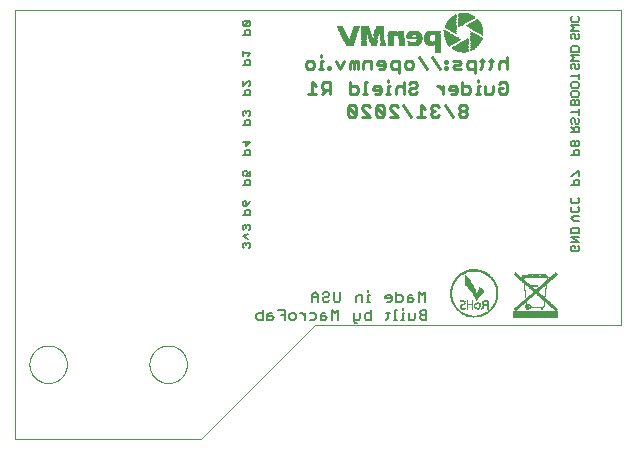
<source format=gbo>
G75*
%MOIN*%
%OFA0B0*%
%FSLAX25Y25*%
%IPPOS*%
%LPD*%
%AMOC8*
5,1,8,0,0,1.08239X$1,22.5*
%
%ADD10C,0.00000*%
%ADD11C,0.00600*%
%ADD12C,0.00800*%
%ADD13C,0.01000*%
%ADD14R,0.00100X0.00100*%
%ADD15R,0.03100X0.00100*%
%ADD16R,0.03800X0.00100*%
%ADD17R,0.04400X0.00100*%
%ADD18R,0.05200X0.00100*%
%ADD19R,0.02100X0.00100*%
%ADD20R,0.01600X0.00100*%
%ADD21R,0.01400X0.00100*%
%ADD22R,0.01300X0.00100*%
%ADD23R,0.01200X0.00100*%
%ADD24R,0.01100X0.00100*%
%ADD25R,0.01000X0.00100*%
%ADD26R,0.00900X0.00100*%
%ADD27R,0.00800X0.00100*%
%ADD28R,0.00700X0.00100*%
%ADD29R,0.00400X0.00100*%
%ADD30R,0.00300X0.00100*%
%ADD31R,0.00600X0.00100*%
%ADD32R,0.00500X0.00100*%
%ADD33R,0.00200X0.00100*%
%ADD34R,0.01900X0.00100*%
%ADD35R,0.01500X0.00100*%
%ADD36R,0.01700X0.00100*%
%ADD37R,0.02000X0.00100*%
%ADD38R,0.02400X0.00100*%
%ADD39R,0.02500X0.00100*%
%ADD40R,0.02700X0.00100*%
%ADD41R,0.02800X0.00100*%
%ADD42R,0.03000X0.00100*%
%ADD43R,0.03200X0.00100*%
%ADD44R,0.03300X0.00100*%
%ADD45R,0.03600X0.00100*%
%ADD46R,0.02200X0.00100*%
%ADD47R,0.02300X0.00100*%
%ADD48R,0.01800X0.00100*%
%ADD49R,0.05600X0.00100*%
%ADD50R,0.04300X0.00100*%
%ADD51R,0.15000X0.00100*%
%ADD52R,0.04700X0.00100*%
%ADD53R,0.04800X0.00100*%
%ADD54R,0.02600X0.00100*%
%ADD55R,0.03400X0.00100*%
%ADD56R,0.03500X0.00100*%
%ADD57R,0.03700X0.00100*%
%ADD58R,0.09100X0.00100*%
%ADD59R,0.09200X0.00100*%
%ADD60R,0.08700X0.00100*%
%ADD61R,0.02900X0.00100*%
%ADD62R,0.04000X0.00100*%
%ADD63R,0.04200X0.00100*%
%ADD64R,0.04600X0.00100*%
%ADD65R,0.05000X0.00100*%
%ADD66R,0.05100X0.00100*%
%ADD67R,0.05300X0.00100*%
%ADD68R,0.05400X0.00100*%
%ADD69R,0.05500X0.00100*%
%ADD70R,0.04500X0.00100*%
%ADD71R,0.04100X0.00100*%
%ADD72R,0.03900X0.00100*%
%ADD73R,0.04900X0.00100*%
D10*
X0001500Y0001550D02*
X0001500Y0144550D01*
X0203500Y0144550D01*
X0203500Y0039550D01*
X0101500Y0039550D01*
X0063500Y0001550D01*
X0001500Y0001550D01*
X0006250Y0026550D02*
X0006252Y0026708D01*
X0006258Y0026865D01*
X0006268Y0027023D01*
X0006282Y0027180D01*
X0006300Y0027336D01*
X0006321Y0027493D01*
X0006347Y0027648D01*
X0006377Y0027803D01*
X0006410Y0027957D01*
X0006448Y0028110D01*
X0006489Y0028263D01*
X0006534Y0028414D01*
X0006583Y0028564D01*
X0006636Y0028712D01*
X0006692Y0028860D01*
X0006753Y0029005D01*
X0006816Y0029150D01*
X0006884Y0029292D01*
X0006955Y0029433D01*
X0007029Y0029572D01*
X0007107Y0029709D01*
X0007189Y0029844D01*
X0007273Y0029977D01*
X0007362Y0030108D01*
X0007453Y0030236D01*
X0007548Y0030363D01*
X0007645Y0030486D01*
X0007746Y0030608D01*
X0007850Y0030726D01*
X0007957Y0030842D01*
X0008067Y0030955D01*
X0008179Y0031066D01*
X0008295Y0031173D01*
X0008413Y0031278D01*
X0008533Y0031380D01*
X0008656Y0031478D01*
X0008782Y0031574D01*
X0008910Y0031666D01*
X0009040Y0031755D01*
X0009172Y0031841D01*
X0009307Y0031923D01*
X0009444Y0032002D01*
X0009582Y0032077D01*
X0009722Y0032149D01*
X0009865Y0032217D01*
X0010008Y0032282D01*
X0010154Y0032343D01*
X0010301Y0032400D01*
X0010449Y0032454D01*
X0010599Y0032504D01*
X0010749Y0032550D01*
X0010901Y0032592D01*
X0011054Y0032631D01*
X0011208Y0032665D01*
X0011363Y0032696D01*
X0011518Y0032722D01*
X0011674Y0032745D01*
X0011831Y0032764D01*
X0011988Y0032779D01*
X0012145Y0032790D01*
X0012303Y0032797D01*
X0012461Y0032800D01*
X0012618Y0032799D01*
X0012776Y0032794D01*
X0012933Y0032785D01*
X0013091Y0032772D01*
X0013247Y0032755D01*
X0013404Y0032734D01*
X0013559Y0032710D01*
X0013714Y0032681D01*
X0013869Y0032648D01*
X0014022Y0032612D01*
X0014175Y0032571D01*
X0014326Y0032527D01*
X0014476Y0032479D01*
X0014625Y0032428D01*
X0014773Y0032372D01*
X0014919Y0032313D01*
X0015064Y0032250D01*
X0015207Y0032183D01*
X0015348Y0032113D01*
X0015487Y0032040D01*
X0015625Y0031963D01*
X0015761Y0031882D01*
X0015894Y0031798D01*
X0016025Y0031711D01*
X0016154Y0031620D01*
X0016281Y0031526D01*
X0016406Y0031429D01*
X0016527Y0031329D01*
X0016647Y0031226D01*
X0016763Y0031120D01*
X0016877Y0031011D01*
X0016989Y0030899D01*
X0017097Y0030785D01*
X0017202Y0030667D01*
X0017305Y0030547D01*
X0017404Y0030425D01*
X0017500Y0030300D01*
X0017593Y0030172D01*
X0017683Y0030043D01*
X0017769Y0029911D01*
X0017853Y0029777D01*
X0017932Y0029641D01*
X0018009Y0029503D01*
X0018081Y0029363D01*
X0018150Y0029221D01*
X0018216Y0029078D01*
X0018278Y0028933D01*
X0018336Y0028786D01*
X0018391Y0028638D01*
X0018442Y0028489D01*
X0018489Y0028338D01*
X0018532Y0028187D01*
X0018571Y0028034D01*
X0018607Y0027880D01*
X0018638Y0027726D01*
X0018666Y0027571D01*
X0018690Y0027415D01*
X0018710Y0027258D01*
X0018726Y0027101D01*
X0018738Y0026944D01*
X0018746Y0026787D01*
X0018750Y0026629D01*
X0018750Y0026471D01*
X0018746Y0026313D01*
X0018738Y0026156D01*
X0018726Y0025999D01*
X0018710Y0025842D01*
X0018690Y0025685D01*
X0018666Y0025529D01*
X0018638Y0025374D01*
X0018607Y0025220D01*
X0018571Y0025066D01*
X0018532Y0024913D01*
X0018489Y0024762D01*
X0018442Y0024611D01*
X0018391Y0024462D01*
X0018336Y0024314D01*
X0018278Y0024167D01*
X0018216Y0024022D01*
X0018150Y0023879D01*
X0018081Y0023737D01*
X0018009Y0023597D01*
X0017932Y0023459D01*
X0017853Y0023323D01*
X0017769Y0023189D01*
X0017683Y0023057D01*
X0017593Y0022928D01*
X0017500Y0022800D01*
X0017404Y0022675D01*
X0017305Y0022553D01*
X0017202Y0022433D01*
X0017097Y0022315D01*
X0016989Y0022201D01*
X0016877Y0022089D01*
X0016763Y0021980D01*
X0016647Y0021874D01*
X0016527Y0021771D01*
X0016406Y0021671D01*
X0016281Y0021574D01*
X0016154Y0021480D01*
X0016025Y0021389D01*
X0015894Y0021302D01*
X0015761Y0021218D01*
X0015625Y0021137D01*
X0015487Y0021060D01*
X0015348Y0020987D01*
X0015207Y0020917D01*
X0015064Y0020850D01*
X0014919Y0020787D01*
X0014773Y0020728D01*
X0014625Y0020672D01*
X0014476Y0020621D01*
X0014326Y0020573D01*
X0014175Y0020529D01*
X0014022Y0020488D01*
X0013869Y0020452D01*
X0013714Y0020419D01*
X0013559Y0020390D01*
X0013404Y0020366D01*
X0013247Y0020345D01*
X0013091Y0020328D01*
X0012933Y0020315D01*
X0012776Y0020306D01*
X0012618Y0020301D01*
X0012461Y0020300D01*
X0012303Y0020303D01*
X0012145Y0020310D01*
X0011988Y0020321D01*
X0011831Y0020336D01*
X0011674Y0020355D01*
X0011518Y0020378D01*
X0011363Y0020404D01*
X0011208Y0020435D01*
X0011054Y0020469D01*
X0010901Y0020508D01*
X0010749Y0020550D01*
X0010599Y0020596D01*
X0010449Y0020646D01*
X0010301Y0020700D01*
X0010154Y0020757D01*
X0010008Y0020818D01*
X0009865Y0020883D01*
X0009722Y0020951D01*
X0009582Y0021023D01*
X0009444Y0021098D01*
X0009307Y0021177D01*
X0009172Y0021259D01*
X0009040Y0021345D01*
X0008910Y0021434D01*
X0008782Y0021526D01*
X0008656Y0021622D01*
X0008533Y0021720D01*
X0008413Y0021822D01*
X0008295Y0021927D01*
X0008179Y0022034D01*
X0008067Y0022145D01*
X0007957Y0022258D01*
X0007850Y0022374D01*
X0007746Y0022492D01*
X0007645Y0022614D01*
X0007548Y0022737D01*
X0007453Y0022864D01*
X0007362Y0022992D01*
X0007273Y0023123D01*
X0007189Y0023256D01*
X0007107Y0023391D01*
X0007029Y0023528D01*
X0006955Y0023667D01*
X0006884Y0023808D01*
X0006816Y0023950D01*
X0006753Y0024095D01*
X0006692Y0024240D01*
X0006636Y0024388D01*
X0006583Y0024536D01*
X0006534Y0024686D01*
X0006489Y0024837D01*
X0006448Y0024990D01*
X0006410Y0025143D01*
X0006377Y0025297D01*
X0006347Y0025452D01*
X0006321Y0025607D01*
X0006300Y0025764D01*
X0006282Y0025920D01*
X0006268Y0026077D01*
X0006258Y0026235D01*
X0006252Y0026392D01*
X0006250Y0026550D01*
X0046250Y0026550D02*
X0046252Y0026708D01*
X0046258Y0026865D01*
X0046268Y0027023D01*
X0046282Y0027180D01*
X0046300Y0027336D01*
X0046321Y0027493D01*
X0046347Y0027648D01*
X0046377Y0027803D01*
X0046410Y0027957D01*
X0046448Y0028110D01*
X0046489Y0028263D01*
X0046534Y0028414D01*
X0046583Y0028564D01*
X0046636Y0028712D01*
X0046692Y0028860D01*
X0046753Y0029005D01*
X0046816Y0029150D01*
X0046884Y0029292D01*
X0046955Y0029433D01*
X0047029Y0029572D01*
X0047107Y0029709D01*
X0047189Y0029844D01*
X0047273Y0029977D01*
X0047362Y0030108D01*
X0047453Y0030236D01*
X0047548Y0030363D01*
X0047645Y0030486D01*
X0047746Y0030608D01*
X0047850Y0030726D01*
X0047957Y0030842D01*
X0048067Y0030955D01*
X0048179Y0031066D01*
X0048295Y0031173D01*
X0048413Y0031278D01*
X0048533Y0031380D01*
X0048656Y0031478D01*
X0048782Y0031574D01*
X0048910Y0031666D01*
X0049040Y0031755D01*
X0049172Y0031841D01*
X0049307Y0031923D01*
X0049444Y0032002D01*
X0049582Y0032077D01*
X0049722Y0032149D01*
X0049865Y0032217D01*
X0050008Y0032282D01*
X0050154Y0032343D01*
X0050301Y0032400D01*
X0050449Y0032454D01*
X0050599Y0032504D01*
X0050749Y0032550D01*
X0050901Y0032592D01*
X0051054Y0032631D01*
X0051208Y0032665D01*
X0051363Y0032696D01*
X0051518Y0032722D01*
X0051674Y0032745D01*
X0051831Y0032764D01*
X0051988Y0032779D01*
X0052145Y0032790D01*
X0052303Y0032797D01*
X0052461Y0032800D01*
X0052618Y0032799D01*
X0052776Y0032794D01*
X0052933Y0032785D01*
X0053091Y0032772D01*
X0053247Y0032755D01*
X0053404Y0032734D01*
X0053559Y0032710D01*
X0053714Y0032681D01*
X0053869Y0032648D01*
X0054022Y0032612D01*
X0054175Y0032571D01*
X0054326Y0032527D01*
X0054476Y0032479D01*
X0054625Y0032428D01*
X0054773Y0032372D01*
X0054919Y0032313D01*
X0055064Y0032250D01*
X0055207Y0032183D01*
X0055348Y0032113D01*
X0055487Y0032040D01*
X0055625Y0031963D01*
X0055761Y0031882D01*
X0055894Y0031798D01*
X0056025Y0031711D01*
X0056154Y0031620D01*
X0056281Y0031526D01*
X0056406Y0031429D01*
X0056527Y0031329D01*
X0056647Y0031226D01*
X0056763Y0031120D01*
X0056877Y0031011D01*
X0056989Y0030899D01*
X0057097Y0030785D01*
X0057202Y0030667D01*
X0057305Y0030547D01*
X0057404Y0030425D01*
X0057500Y0030300D01*
X0057593Y0030172D01*
X0057683Y0030043D01*
X0057769Y0029911D01*
X0057853Y0029777D01*
X0057932Y0029641D01*
X0058009Y0029503D01*
X0058081Y0029363D01*
X0058150Y0029221D01*
X0058216Y0029078D01*
X0058278Y0028933D01*
X0058336Y0028786D01*
X0058391Y0028638D01*
X0058442Y0028489D01*
X0058489Y0028338D01*
X0058532Y0028187D01*
X0058571Y0028034D01*
X0058607Y0027880D01*
X0058638Y0027726D01*
X0058666Y0027571D01*
X0058690Y0027415D01*
X0058710Y0027258D01*
X0058726Y0027101D01*
X0058738Y0026944D01*
X0058746Y0026787D01*
X0058750Y0026629D01*
X0058750Y0026471D01*
X0058746Y0026313D01*
X0058738Y0026156D01*
X0058726Y0025999D01*
X0058710Y0025842D01*
X0058690Y0025685D01*
X0058666Y0025529D01*
X0058638Y0025374D01*
X0058607Y0025220D01*
X0058571Y0025066D01*
X0058532Y0024913D01*
X0058489Y0024762D01*
X0058442Y0024611D01*
X0058391Y0024462D01*
X0058336Y0024314D01*
X0058278Y0024167D01*
X0058216Y0024022D01*
X0058150Y0023879D01*
X0058081Y0023737D01*
X0058009Y0023597D01*
X0057932Y0023459D01*
X0057853Y0023323D01*
X0057769Y0023189D01*
X0057683Y0023057D01*
X0057593Y0022928D01*
X0057500Y0022800D01*
X0057404Y0022675D01*
X0057305Y0022553D01*
X0057202Y0022433D01*
X0057097Y0022315D01*
X0056989Y0022201D01*
X0056877Y0022089D01*
X0056763Y0021980D01*
X0056647Y0021874D01*
X0056527Y0021771D01*
X0056406Y0021671D01*
X0056281Y0021574D01*
X0056154Y0021480D01*
X0056025Y0021389D01*
X0055894Y0021302D01*
X0055761Y0021218D01*
X0055625Y0021137D01*
X0055487Y0021060D01*
X0055348Y0020987D01*
X0055207Y0020917D01*
X0055064Y0020850D01*
X0054919Y0020787D01*
X0054773Y0020728D01*
X0054625Y0020672D01*
X0054476Y0020621D01*
X0054326Y0020573D01*
X0054175Y0020529D01*
X0054022Y0020488D01*
X0053869Y0020452D01*
X0053714Y0020419D01*
X0053559Y0020390D01*
X0053404Y0020366D01*
X0053247Y0020345D01*
X0053091Y0020328D01*
X0052933Y0020315D01*
X0052776Y0020306D01*
X0052618Y0020301D01*
X0052461Y0020300D01*
X0052303Y0020303D01*
X0052145Y0020310D01*
X0051988Y0020321D01*
X0051831Y0020336D01*
X0051674Y0020355D01*
X0051518Y0020378D01*
X0051363Y0020404D01*
X0051208Y0020435D01*
X0051054Y0020469D01*
X0050901Y0020508D01*
X0050749Y0020550D01*
X0050599Y0020596D01*
X0050449Y0020646D01*
X0050301Y0020700D01*
X0050154Y0020757D01*
X0050008Y0020818D01*
X0049865Y0020883D01*
X0049722Y0020951D01*
X0049582Y0021023D01*
X0049444Y0021098D01*
X0049307Y0021177D01*
X0049172Y0021259D01*
X0049040Y0021345D01*
X0048910Y0021434D01*
X0048782Y0021526D01*
X0048656Y0021622D01*
X0048533Y0021720D01*
X0048413Y0021822D01*
X0048295Y0021927D01*
X0048179Y0022034D01*
X0048067Y0022145D01*
X0047957Y0022258D01*
X0047850Y0022374D01*
X0047746Y0022492D01*
X0047645Y0022614D01*
X0047548Y0022737D01*
X0047453Y0022864D01*
X0047362Y0022992D01*
X0047273Y0023123D01*
X0047189Y0023256D01*
X0047107Y0023391D01*
X0047029Y0023528D01*
X0046955Y0023667D01*
X0046884Y0023808D01*
X0046816Y0023950D01*
X0046753Y0024095D01*
X0046692Y0024240D01*
X0046636Y0024388D01*
X0046583Y0024536D01*
X0046534Y0024686D01*
X0046489Y0024837D01*
X0046448Y0024990D01*
X0046410Y0025143D01*
X0046377Y0025297D01*
X0046347Y0025452D01*
X0046321Y0025607D01*
X0046300Y0025764D01*
X0046282Y0025920D01*
X0046268Y0026077D01*
X0046258Y0026235D01*
X0046252Y0026392D01*
X0046250Y0026550D01*
D11*
X0077734Y0065350D02*
X0077300Y0065784D01*
X0077300Y0066651D01*
X0077734Y0067085D01*
X0078167Y0067085D01*
X0078601Y0066651D01*
X0078601Y0066217D01*
X0078601Y0066651D02*
X0079035Y0067085D01*
X0079469Y0067085D01*
X0079902Y0066651D01*
X0079902Y0065784D01*
X0079469Y0065350D01*
X0079035Y0068297D02*
X0077300Y0069164D01*
X0079035Y0070031D01*
X0079469Y0071243D02*
X0079902Y0071677D01*
X0079902Y0072544D01*
X0079469Y0072978D01*
X0079035Y0072978D01*
X0078601Y0072544D01*
X0078167Y0072978D01*
X0077734Y0072978D01*
X0077300Y0072544D01*
X0077300Y0071677D01*
X0077734Y0071243D01*
X0078601Y0072110D02*
X0078601Y0072544D01*
X0078167Y0076350D02*
X0078167Y0077651D01*
X0078601Y0078085D01*
X0079469Y0078085D01*
X0079902Y0077651D01*
X0079902Y0076350D01*
X0077300Y0076350D01*
X0077734Y0079297D02*
X0077300Y0079730D01*
X0077300Y0080598D01*
X0077734Y0081031D01*
X0078167Y0081031D01*
X0078601Y0080598D01*
X0078601Y0079297D01*
X0077734Y0079297D01*
X0078601Y0079297D02*
X0079469Y0080164D01*
X0079902Y0081031D01*
X0079902Y0086350D02*
X0077300Y0086350D01*
X0078167Y0086350D02*
X0078167Y0087651D01*
X0078601Y0088085D01*
X0079469Y0088085D01*
X0079902Y0087651D01*
X0079902Y0086350D01*
X0079902Y0089297D02*
X0078601Y0089297D01*
X0079035Y0090164D01*
X0079035Y0090598D01*
X0078601Y0091031D01*
X0077734Y0091031D01*
X0077300Y0090598D01*
X0077300Y0089730D01*
X0077734Y0089297D01*
X0079902Y0089297D02*
X0079902Y0091031D01*
X0079902Y0096350D02*
X0077300Y0096350D01*
X0078167Y0096350D02*
X0078167Y0097651D01*
X0078601Y0098085D01*
X0079469Y0098085D01*
X0079902Y0097651D01*
X0079902Y0096350D01*
X0078601Y0099297D02*
X0078601Y0101031D01*
X0077300Y0100598D02*
X0079902Y0100598D01*
X0078601Y0099297D01*
X0078167Y0106350D02*
X0078167Y0107651D01*
X0078601Y0108085D01*
X0079469Y0108085D01*
X0079902Y0107651D01*
X0079902Y0106350D01*
X0077300Y0106350D01*
X0077734Y0109297D02*
X0077300Y0109730D01*
X0077300Y0110598D01*
X0077734Y0111031D01*
X0078167Y0111031D01*
X0078601Y0110598D01*
X0078601Y0110164D01*
X0078601Y0110598D02*
X0079035Y0111031D01*
X0079469Y0111031D01*
X0079902Y0110598D01*
X0079902Y0109730D01*
X0079469Y0109297D01*
X0079902Y0116350D02*
X0077300Y0116350D01*
X0078167Y0116350D02*
X0078167Y0117651D01*
X0078601Y0118085D01*
X0079469Y0118085D01*
X0079902Y0117651D01*
X0079902Y0116350D01*
X0079469Y0119297D02*
X0079902Y0119730D01*
X0079902Y0120598D01*
X0079469Y0121031D01*
X0079035Y0121031D01*
X0077300Y0119297D01*
X0077300Y0121031D01*
X0077300Y0126350D02*
X0079902Y0126350D01*
X0079902Y0127651D01*
X0079469Y0128085D01*
X0078601Y0128085D01*
X0078167Y0127651D01*
X0078167Y0126350D01*
X0077300Y0129297D02*
X0077300Y0131031D01*
X0077300Y0130164D02*
X0079902Y0130164D01*
X0079035Y0129297D01*
X0079902Y0136350D02*
X0077300Y0136350D01*
X0078167Y0136350D02*
X0078167Y0137651D01*
X0078601Y0138085D01*
X0079469Y0138085D01*
X0079902Y0137651D01*
X0079902Y0136350D01*
X0079469Y0139297D02*
X0077734Y0139297D01*
X0079469Y0141031D01*
X0077734Y0141031D01*
X0077300Y0140598D01*
X0077300Y0139730D01*
X0077734Y0139297D01*
X0079469Y0139297D02*
X0079902Y0139730D01*
X0079902Y0140598D01*
X0079469Y0141031D01*
X0186800Y0141177D02*
X0186800Y0142044D01*
X0187234Y0142478D01*
X0186800Y0141177D02*
X0187234Y0140743D01*
X0188969Y0140743D01*
X0189402Y0141177D01*
X0189402Y0142044D01*
X0188969Y0142478D01*
X0189402Y0139531D02*
X0186800Y0139531D01*
X0187667Y0138664D01*
X0186800Y0137797D01*
X0189402Y0137797D01*
X0188969Y0136585D02*
X0189402Y0136151D01*
X0189402Y0135284D01*
X0188969Y0134850D01*
X0188535Y0134850D01*
X0188101Y0135284D01*
X0188101Y0136151D01*
X0187667Y0136585D01*
X0187234Y0136585D01*
X0186800Y0136151D01*
X0186800Y0135284D01*
X0187234Y0134850D01*
X0187234Y0132478D02*
X0188969Y0132478D01*
X0189402Y0132044D01*
X0189402Y0130743D01*
X0186800Y0130743D01*
X0186800Y0132044D01*
X0187234Y0132478D01*
X0186800Y0129531D02*
X0189402Y0129531D01*
X0189402Y0127797D02*
X0186800Y0127797D01*
X0187667Y0128664D01*
X0186800Y0129531D01*
X0187234Y0126585D02*
X0186800Y0126151D01*
X0186800Y0125284D01*
X0187234Y0124850D01*
X0188101Y0125284D02*
X0188101Y0126151D01*
X0187667Y0126585D01*
X0187234Y0126585D01*
X0188101Y0125284D02*
X0188535Y0124850D01*
X0188969Y0124850D01*
X0189402Y0125284D01*
X0189402Y0126151D01*
X0188969Y0126585D01*
X0189402Y0123424D02*
X0189402Y0121690D01*
X0189402Y0122557D02*
X0186800Y0122557D01*
X0187234Y0120478D02*
X0188969Y0120478D01*
X0189402Y0120044D01*
X0189402Y0119177D01*
X0188969Y0118743D01*
X0187234Y0118743D01*
X0186800Y0119177D01*
X0186800Y0120044D01*
X0187234Y0120478D01*
X0187234Y0117531D02*
X0188969Y0117531D01*
X0189402Y0117098D01*
X0189402Y0116230D01*
X0188969Y0115797D01*
X0187234Y0115797D01*
X0186800Y0116230D01*
X0186800Y0117098D01*
X0187234Y0117531D01*
X0187234Y0114585D02*
X0186800Y0114151D01*
X0186800Y0112850D01*
X0189402Y0112850D01*
X0189402Y0114151D01*
X0188969Y0114585D01*
X0188535Y0114585D01*
X0188101Y0114151D01*
X0188101Y0112850D01*
X0188101Y0114151D02*
X0187667Y0114585D01*
X0187234Y0114585D01*
X0189402Y0111478D02*
X0189402Y0109743D01*
X0189402Y0110610D02*
X0186800Y0110610D01*
X0187234Y0108531D02*
X0186800Y0108098D01*
X0186800Y0107230D01*
X0187234Y0106797D01*
X0188101Y0107230D02*
X0188101Y0108098D01*
X0187667Y0108531D01*
X0187234Y0108531D01*
X0188101Y0107230D02*
X0188535Y0106797D01*
X0188969Y0106797D01*
X0189402Y0107230D01*
X0189402Y0108098D01*
X0188969Y0108531D01*
X0188969Y0105585D02*
X0188101Y0105585D01*
X0187667Y0105151D01*
X0187667Y0103850D01*
X0186800Y0103850D02*
X0189402Y0103850D01*
X0189402Y0105151D01*
X0188969Y0105585D01*
X0187667Y0104717D02*
X0186800Y0105585D01*
X0187234Y0101031D02*
X0186800Y0100598D01*
X0186800Y0099730D01*
X0187234Y0099297D01*
X0187667Y0099297D01*
X0188101Y0099730D01*
X0188101Y0100598D01*
X0187667Y0101031D01*
X0187234Y0101031D01*
X0188101Y0100598D02*
X0188535Y0101031D01*
X0188969Y0101031D01*
X0189402Y0100598D01*
X0189402Y0099730D01*
X0188969Y0099297D01*
X0188535Y0099297D01*
X0188101Y0099730D01*
X0188101Y0098085D02*
X0187667Y0097651D01*
X0187667Y0096350D01*
X0186800Y0096350D02*
X0189402Y0096350D01*
X0189402Y0097651D01*
X0188969Y0098085D01*
X0188101Y0098085D01*
X0188969Y0091031D02*
X0187234Y0089297D01*
X0186800Y0089297D01*
X0188101Y0088085D02*
X0187667Y0087651D01*
X0187667Y0086350D01*
X0186800Y0086350D02*
X0189402Y0086350D01*
X0189402Y0087651D01*
X0188969Y0088085D01*
X0188101Y0088085D01*
X0189402Y0089297D02*
X0189402Y0091031D01*
X0188969Y0091031D01*
X0188969Y0081978D02*
X0189402Y0081544D01*
X0189402Y0080677D01*
X0188969Y0080243D01*
X0187234Y0080243D01*
X0186800Y0080677D01*
X0186800Y0081544D01*
X0187234Y0081978D01*
X0187234Y0079031D02*
X0186800Y0078598D01*
X0186800Y0077730D01*
X0187234Y0077297D01*
X0188969Y0077297D01*
X0189402Y0077730D01*
X0189402Y0078598D01*
X0188969Y0079031D01*
X0189402Y0076085D02*
X0187667Y0076085D01*
X0186800Y0075217D01*
X0187667Y0074350D01*
X0189402Y0074350D01*
X0188969Y0071978D02*
X0187234Y0071978D01*
X0186800Y0071544D01*
X0186800Y0070243D01*
X0189402Y0070243D01*
X0189402Y0071544D01*
X0188969Y0071978D01*
X0189402Y0069031D02*
X0186800Y0069031D01*
X0189402Y0067297D01*
X0186800Y0067297D01*
X0187234Y0066085D02*
X0188101Y0066085D01*
X0188101Y0065217D01*
X0187234Y0064350D02*
X0186800Y0064784D01*
X0186800Y0065651D01*
X0187234Y0066085D01*
X0188969Y0066085D02*
X0189402Y0065651D01*
X0189402Y0064784D01*
X0188969Y0064350D01*
X0187234Y0064350D01*
D12*
X0138100Y0050653D02*
X0138100Y0047450D01*
X0135965Y0047450D02*
X0135965Y0050653D01*
X0137032Y0049585D01*
X0138100Y0050653D01*
X0133883Y0049585D02*
X0132815Y0049585D01*
X0132282Y0049051D01*
X0132282Y0047450D01*
X0133883Y0047450D01*
X0134417Y0047984D01*
X0133883Y0048518D01*
X0132282Y0048518D01*
X0130734Y0049051D02*
X0130200Y0049585D01*
X0128599Y0049585D01*
X0128599Y0050653D02*
X0128599Y0047450D01*
X0130200Y0047450D01*
X0130734Y0047984D01*
X0130734Y0049051D01*
X0127051Y0049051D02*
X0126517Y0049585D01*
X0125449Y0049585D01*
X0124915Y0049051D01*
X0124915Y0048518D01*
X0127051Y0048518D01*
X0127051Y0049051D02*
X0127051Y0047984D01*
X0126517Y0047450D01*
X0125449Y0047450D01*
X0125789Y0044119D02*
X0125789Y0041984D01*
X0125255Y0041450D01*
X0125255Y0043585D02*
X0126323Y0043585D01*
X0128245Y0044653D02*
X0128245Y0041450D01*
X0128778Y0041450D02*
X0127711Y0041450D01*
X0130166Y0041450D02*
X0131234Y0041450D01*
X0130700Y0041450D02*
X0130700Y0043585D01*
X0131234Y0043585D01*
X0130700Y0044653D02*
X0130700Y0045187D01*
X0128778Y0044653D02*
X0128245Y0044653D01*
X0132782Y0043585D02*
X0132782Y0041450D01*
X0134383Y0041450D01*
X0134917Y0041984D01*
X0134917Y0043585D01*
X0136465Y0043585D02*
X0136999Y0043051D01*
X0138600Y0043051D01*
X0138600Y0041450D02*
X0138600Y0044653D01*
X0136999Y0044653D01*
X0136465Y0044119D01*
X0136465Y0043585D01*
X0136999Y0043051D02*
X0136465Y0042518D01*
X0136465Y0041984D01*
X0136999Y0041450D01*
X0138600Y0041450D01*
X0120184Y0041450D02*
X0118583Y0041450D01*
X0118049Y0041984D01*
X0118049Y0043051D01*
X0118583Y0043585D01*
X0120184Y0043585D01*
X0120184Y0044653D02*
X0120184Y0041450D01*
X0116501Y0041984D02*
X0115967Y0041450D01*
X0114366Y0041450D01*
X0114366Y0040916D02*
X0114900Y0040382D01*
X0115434Y0040382D01*
X0114366Y0040916D02*
X0114366Y0043585D01*
X0116501Y0043585D02*
X0116501Y0041984D01*
X0117229Y0047450D02*
X0117229Y0049585D01*
X0115627Y0049585D01*
X0115094Y0049051D01*
X0115094Y0047450D01*
X0118617Y0047450D02*
X0119684Y0047450D01*
X0119150Y0047450D02*
X0119150Y0049585D01*
X0119684Y0049585D01*
X0119150Y0050653D02*
X0119150Y0051187D01*
X0109863Y0050653D02*
X0109863Y0047984D01*
X0109329Y0047450D01*
X0108261Y0047450D01*
X0107727Y0047984D01*
X0107727Y0050653D01*
X0106179Y0050119D02*
X0106179Y0049585D01*
X0105646Y0049051D01*
X0104578Y0049051D01*
X0104044Y0048518D01*
X0104044Y0047984D01*
X0104578Y0047450D01*
X0105646Y0047450D01*
X0106179Y0047984D01*
X0106179Y0050119D02*
X0105646Y0050653D01*
X0104578Y0050653D01*
X0104044Y0050119D01*
X0102496Y0049585D02*
X0101429Y0050653D01*
X0100361Y0049585D01*
X0100361Y0047450D01*
X0100361Y0049051D02*
X0102496Y0049051D01*
X0102496Y0049585D02*
X0102496Y0047450D01*
X0101235Y0043585D02*
X0099633Y0043585D01*
X0098085Y0043585D02*
X0098085Y0041450D01*
X0098085Y0042518D02*
X0097018Y0043585D01*
X0096484Y0043585D01*
X0095016Y0043051D02*
X0095016Y0041984D01*
X0094482Y0041450D01*
X0093415Y0041450D01*
X0092881Y0041984D01*
X0092881Y0043051D01*
X0093415Y0043585D01*
X0094482Y0043585D01*
X0095016Y0043051D01*
X0091333Y0043051D02*
X0090265Y0043051D01*
X0091333Y0041450D02*
X0091333Y0044653D01*
X0089198Y0044653D01*
X0087116Y0043585D02*
X0086048Y0043585D01*
X0085515Y0043051D01*
X0085515Y0041450D01*
X0087116Y0041450D01*
X0087650Y0041984D01*
X0087116Y0042518D01*
X0085515Y0042518D01*
X0083967Y0043585D02*
X0082365Y0043585D01*
X0081832Y0043051D01*
X0081832Y0041984D01*
X0082365Y0041450D01*
X0083967Y0041450D01*
X0083967Y0044653D01*
X0099633Y0041450D02*
X0101235Y0041450D01*
X0101769Y0041984D01*
X0101769Y0043051D01*
X0101235Y0043585D01*
X0103317Y0043051D02*
X0103317Y0041450D01*
X0104918Y0041450D01*
X0105452Y0041984D01*
X0104918Y0042518D01*
X0103317Y0042518D01*
X0103317Y0043051D02*
X0103850Y0043585D01*
X0104918Y0043585D01*
X0107000Y0044653D02*
X0107000Y0041450D01*
X0109135Y0041450D02*
X0109135Y0044653D01*
X0108067Y0043585D01*
X0107000Y0044653D01*
D13*
X0113167Y0109050D02*
X0114501Y0109050D01*
X0115169Y0109717D01*
X0112500Y0112386D01*
X0112500Y0109717D01*
X0113167Y0109050D01*
X0115169Y0109717D02*
X0115169Y0112386D01*
X0114501Y0113053D01*
X0113167Y0113053D01*
X0112500Y0112386D01*
X0112955Y0116550D02*
X0114957Y0116550D01*
X0115624Y0117217D01*
X0115624Y0118552D01*
X0114957Y0119219D01*
X0112955Y0119219D01*
X0112955Y0120553D02*
X0112955Y0116550D01*
X0117359Y0116550D02*
X0118693Y0116550D01*
X0118026Y0116550D02*
X0118026Y0120553D01*
X0118693Y0120553D01*
X0120628Y0118552D02*
X0120628Y0117884D01*
X0123297Y0117884D01*
X0123297Y0117217D02*
X0123297Y0118552D01*
X0122630Y0119219D01*
X0121296Y0119219D01*
X0120628Y0118552D01*
X0121296Y0116550D02*
X0122630Y0116550D01*
X0123297Y0117217D01*
X0125032Y0116550D02*
X0126367Y0116550D01*
X0125699Y0116550D02*
X0125699Y0119219D01*
X0126367Y0119219D01*
X0125699Y0120553D02*
X0125699Y0121221D01*
X0128302Y0118552D02*
X0128302Y0116550D01*
X0128302Y0118552D02*
X0128969Y0119219D01*
X0130303Y0119219D01*
X0130971Y0118552D01*
X0130971Y0120553D02*
X0130971Y0116550D01*
X0132906Y0117217D02*
X0133573Y0116550D01*
X0134907Y0116550D01*
X0135574Y0117217D01*
X0134907Y0118552D02*
X0135574Y0119219D01*
X0135574Y0119886D01*
X0134907Y0120553D01*
X0133573Y0120553D01*
X0132906Y0119886D01*
X0133573Y0118552D02*
X0132906Y0117884D01*
X0132906Y0117217D01*
X0133573Y0118552D02*
X0134907Y0118552D01*
X0136854Y0113053D02*
X0136854Y0109050D01*
X0138188Y0109050D02*
X0135519Y0109050D01*
X0133584Y0109050D02*
X0130915Y0113053D01*
X0128980Y0112386D02*
X0128313Y0113053D01*
X0126979Y0113053D01*
X0126311Y0112386D01*
X0126311Y0111719D01*
X0128980Y0109050D01*
X0126311Y0109050D01*
X0124376Y0109717D02*
X0121708Y0112386D01*
X0121708Y0109717D01*
X0122375Y0109050D01*
X0123709Y0109050D01*
X0124376Y0109717D01*
X0124376Y0112386D01*
X0123709Y0113053D01*
X0122375Y0113053D01*
X0121708Y0112386D01*
X0119773Y0112386D02*
X0119105Y0113053D01*
X0117771Y0113053D01*
X0117104Y0112386D01*
X0117104Y0111719D01*
X0119773Y0109050D01*
X0117104Y0109050D01*
X0106416Y0116550D02*
X0106416Y0120553D01*
X0104415Y0120553D01*
X0103747Y0119886D01*
X0103747Y0118552D01*
X0104415Y0117884D01*
X0106416Y0117884D01*
X0105082Y0117884D02*
X0103747Y0116550D01*
X0101812Y0116550D02*
X0099143Y0116550D01*
X0100478Y0116550D02*
X0100478Y0120553D01*
X0101812Y0119219D01*
X0102780Y0125050D02*
X0104114Y0125050D01*
X0103447Y0125050D02*
X0103447Y0127719D01*
X0104114Y0127719D01*
X0103447Y0129053D02*
X0103447Y0129721D01*
X0101045Y0127052D02*
X0101045Y0125717D01*
X0100378Y0125050D01*
X0099043Y0125050D01*
X0098376Y0125717D01*
X0098376Y0127052D01*
X0099043Y0127719D01*
X0100378Y0127719D01*
X0101045Y0127052D01*
X0105749Y0125717D02*
X0105749Y0125050D01*
X0106416Y0125050D01*
X0106416Y0125717D01*
X0105749Y0125717D01*
X0108351Y0127719D02*
X0109686Y0125050D01*
X0111020Y0127719D01*
X0112955Y0127052D02*
X0112955Y0125050D01*
X0114290Y0125050D02*
X0114290Y0127052D01*
X0113622Y0127719D01*
X0112955Y0127052D01*
X0114290Y0127052D02*
X0114957Y0127719D01*
X0115624Y0127719D01*
X0115624Y0125050D01*
X0117559Y0125050D02*
X0117559Y0127052D01*
X0118226Y0127719D01*
X0120228Y0127719D01*
X0120228Y0125050D01*
X0122163Y0126384D02*
X0124832Y0126384D01*
X0124832Y0125717D02*
X0124832Y0127052D01*
X0124165Y0127719D01*
X0122830Y0127719D01*
X0122163Y0127052D01*
X0122163Y0126384D01*
X0122830Y0125050D02*
X0124165Y0125050D01*
X0124832Y0125717D01*
X0126767Y0125717D02*
X0126767Y0127052D01*
X0127434Y0127719D01*
X0129436Y0127719D01*
X0129436Y0123716D01*
X0129436Y0125050D02*
X0127434Y0125050D01*
X0126767Y0125717D01*
X0131371Y0125717D02*
X0131371Y0127052D01*
X0132038Y0127719D01*
X0133373Y0127719D01*
X0134040Y0127052D01*
X0134040Y0125717D01*
X0133373Y0125050D01*
X0132038Y0125050D01*
X0131371Y0125717D01*
X0135975Y0129053D02*
X0138644Y0125050D01*
X0140579Y0129053D02*
X0143248Y0125050D01*
X0144882Y0125050D02*
X0145550Y0125050D01*
X0145550Y0125717D01*
X0144882Y0125717D01*
X0144882Y0125050D01*
X0144882Y0127052D02*
X0145550Y0127052D01*
X0145550Y0127719D01*
X0144882Y0127719D01*
X0144882Y0127052D01*
X0147485Y0127719D02*
X0149486Y0127719D01*
X0150154Y0127052D01*
X0149486Y0126384D01*
X0148152Y0126384D01*
X0147485Y0125717D01*
X0148152Y0125050D01*
X0150154Y0125050D01*
X0152089Y0125717D02*
X0152089Y0127052D01*
X0152756Y0127719D01*
X0154758Y0127719D01*
X0154758Y0123716D01*
X0154758Y0125050D02*
X0152756Y0125050D01*
X0152089Y0125717D01*
X0156492Y0125050D02*
X0157160Y0125717D01*
X0157160Y0128386D01*
X0157827Y0127719D02*
X0156492Y0127719D01*
X0159562Y0127719D02*
X0160896Y0127719D01*
X0160229Y0128386D02*
X0160229Y0125717D01*
X0159562Y0125050D01*
X0162831Y0125050D02*
X0162831Y0127052D01*
X0163498Y0127719D01*
X0164833Y0127719D01*
X0165500Y0127052D01*
X0165500Y0129053D02*
X0165500Y0125050D01*
X0164833Y0120553D02*
X0163498Y0120553D01*
X0162831Y0119886D01*
X0162831Y0118552D02*
X0164166Y0118552D01*
X0162831Y0118552D02*
X0162831Y0117217D01*
X0163498Y0116550D01*
X0164833Y0116550D01*
X0165500Y0117217D01*
X0165500Y0119886D01*
X0164833Y0120553D01*
X0160896Y0119219D02*
X0160896Y0117217D01*
X0160229Y0116550D01*
X0158227Y0116550D01*
X0158227Y0119219D01*
X0156292Y0119219D02*
X0155625Y0119219D01*
X0155625Y0116550D01*
X0156292Y0116550D02*
X0154958Y0116550D01*
X0153223Y0117217D02*
X0153223Y0118552D01*
X0152556Y0119219D01*
X0150554Y0119219D01*
X0150554Y0120553D02*
X0150554Y0116550D01*
X0152556Y0116550D01*
X0153223Y0117217D01*
X0155625Y0120553D02*
X0155625Y0121221D01*
X0148619Y0118552D02*
X0147952Y0119219D01*
X0146617Y0119219D01*
X0145950Y0118552D01*
X0145950Y0117884D01*
X0148619Y0117884D01*
X0148619Y0117217D02*
X0148619Y0118552D01*
X0148619Y0117217D02*
X0147952Y0116550D01*
X0146617Y0116550D01*
X0144015Y0116550D02*
X0144015Y0119219D01*
X0142681Y0119219D02*
X0144015Y0117884D01*
X0142681Y0119219D02*
X0142013Y0119219D01*
X0142125Y0113053D02*
X0140790Y0113053D01*
X0140123Y0112386D01*
X0140123Y0111719D01*
X0140790Y0111052D01*
X0140123Y0110384D01*
X0140123Y0109717D01*
X0140790Y0109050D01*
X0142125Y0109050D01*
X0142792Y0109717D01*
X0141458Y0111052D02*
X0140790Y0111052D01*
X0142792Y0112386D02*
X0142125Y0113053D01*
X0144727Y0113053D02*
X0147396Y0109050D01*
X0149331Y0109717D02*
X0149998Y0109050D01*
X0151333Y0109050D01*
X0152000Y0109717D01*
X0152000Y0110384D01*
X0151333Y0111052D01*
X0149998Y0111052D01*
X0149331Y0110384D01*
X0149331Y0109717D01*
X0149998Y0111052D02*
X0149331Y0111719D01*
X0149331Y0112386D01*
X0149998Y0113053D01*
X0151333Y0113053D01*
X0152000Y0112386D01*
X0152000Y0111719D01*
X0151333Y0111052D01*
X0138188Y0111719D02*
X0136854Y0113053D01*
D14*
X0152500Y0134950D03*
X0153500Y0137250D03*
X0157400Y0136050D03*
X0149400Y0138850D03*
X0148500Y0136550D03*
X0144600Y0137750D03*
X0168300Y0056850D03*
X0171500Y0051850D03*
X0171800Y0049250D03*
X0172100Y0046650D03*
X0168300Y0044150D03*
X0178000Y0046350D03*
X0178300Y0048950D03*
X0181800Y0044150D03*
X0181800Y0056850D03*
X0156400Y0051950D03*
X0154100Y0047650D03*
X0152300Y0047650D03*
X0154400Y0042050D03*
X0154600Y0042050D03*
D15*
X0154600Y0042150D03*
X0151000Y0133250D03*
X0154900Y0133350D03*
X0155000Y0133550D03*
X0154900Y0135550D03*
X0155900Y0137750D03*
X0150900Y0140550D03*
X0147000Y0140350D03*
X0147000Y0138250D03*
X0146900Y0133650D03*
X0134200Y0132650D03*
X0122900Y0137250D03*
X0122900Y0137350D03*
X0122900Y0137450D03*
X0122900Y0137550D03*
X0120900Y0135050D03*
X0120900Y0134950D03*
X0118500Y0137350D03*
X0118500Y0137450D03*
D16*
X0146550Y0135550D03*
X0146650Y0138650D03*
X0146650Y0138750D03*
X0146650Y0138850D03*
X0146650Y0138950D03*
X0151250Y0140950D03*
X0155450Y0138250D03*
X0155250Y0135150D03*
X0155250Y0134950D03*
X0155250Y0134850D03*
X0154550Y0057750D03*
X0154550Y0042250D03*
X0173850Y0052650D03*
D17*
X0154550Y0042350D03*
X0150350Y0131050D03*
X0146950Y0135150D03*
X0141050Y0137150D03*
X0134450Y0136550D03*
X0134750Y0133550D03*
X0155050Y0138650D03*
D18*
X0154450Y0139250D03*
X0151950Y0141750D03*
X0151950Y0142350D03*
X0147450Y0134650D03*
X0140750Y0133550D03*
X0140750Y0133450D03*
X0140650Y0136250D03*
X0140650Y0136350D03*
X0134650Y0135150D03*
X0134650Y0135050D03*
X0134650Y0134950D03*
X0134650Y0134850D03*
X0134550Y0135350D03*
X0134550Y0135450D03*
X0128550Y0136850D03*
X0154550Y0057550D03*
X0154550Y0042450D03*
D19*
X0152800Y0042550D03*
X0156300Y0042550D03*
X0156600Y0050150D03*
X0156700Y0050250D03*
X0156900Y0050750D03*
X0153400Y0052050D03*
X0152600Y0053450D03*
X0152600Y0053550D03*
X0154400Y0132150D03*
X0154500Y0132250D03*
X0154400Y0136150D03*
X0147500Y0141550D03*
X0145500Y0136650D03*
X0142300Y0134150D03*
X0138900Y0134150D03*
X0134300Y0132550D03*
X0130100Y0135650D03*
X0126800Y0135850D03*
X0121000Y0133250D03*
X0115100Y0138250D03*
X0115200Y0138550D03*
X0115300Y0138750D03*
X0115300Y0138850D03*
X0115300Y0138950D03*
X0110100Y0138150D03*
X0110000Y0138350D03*
X0109900Y0138550D03*
X0109800Y0138750D03*
X0109800Y0138850D03*
X0109700Y0138950D03*
D20*
X0117850Y0134550D03*
X0117850Y0134450D03*
X0117850Y0134350D03*
X0117850Y0134250D03*
X0117850Y0134150D03*
X0117850Y0134050D03*
X0117850Y0133950D03*
X0119850Y0135750D03*
X0119750Y0136050D03*
X0119550Y0136650D03*
X0121850Y0136150D03*
X0121850Y0136050D03*
X0121850Y0135950D03*
X0121750Y0135750D03*
X0121750Y0135650D03*
X0121750Y0135550D03*
X0121750Y0135450D03*
X0121650Y0135350D03*
X0121650Y0135250D03*
X0121650Y0135150D03*
X0121950Y0136450D03*
X0121950Y0136550D03*
X0122050Y0136950D03*
X0122050Y0137050D03*
X0123750Y0136450D03*
X0123750Y0136350D03*
X0123750Y0136250D03*
X0123850Y0135350D03*
X0123850Y0135250D03*
X0123850Y0135150D03*
X0123850Y0135050D03*
X0123850Y0134950D03*
X0123850Y0134850D03*
X0123850Y0134750D03*
X0123950Y0134150D03*
X0123950Y0134050D03*
X0123950Y0133950D03*
X0123950Y0133850D03*
X0123950Y0133750D03*
X0123950Y0133650D03*
X0123950Y0133550D03*
X0123950Y0133450D03*
X0123950Y0133350D03*
X0134450Y0137450D03*
X0145250Y0136950D03*
X0147750Y0142050D03*
X0150950Y0143350D03*
X0154150Y0131750D03*
X0152350Y0054350D03*
X0152350Y0054250D03*
X0154050Y0051050D03*
X0154150Y0050950D03*
X0154250Y0050750D03*
X0154350Y0050550D03*
X0155450Y0048850D03*
X0156850Y0051050D03*
X0158350Y0047450D03*
X0156950Y0042650D03*
X0152150Y0042650D03*
X0150750Y0044850D03*
X0171250Y0053650D03*
X0175050Y0050650D03*
X0172550Y0048450D03*
X0172550Y0046050D03*
X0172550Y0044950D03*
X0177550Y0048450D03*
D21*
X0177650Y0048250D03*
X0178150Y0047850D03*
X0178250Y0047750D03*
X0178350Y0047650D03*
X0178450Y0047550D03*
X0178750Y0047250D03*
X0179050Y0047050D03*
X0179150Y0046950D03*
X0179750Y0046450D03*
X0179850Y0046350D03*
X0180450Y0045850D03*
X0180550Y0045750D03*
X0180650Y0045650D03*
X0181250Y0045150D03*
X0181350Y0045050D03*
X0176950Y0048850D03*
X0176850Y0048950D03*
X0176750Y0049050D03*
X0176650Y0049150D03*
X0176250Y0049450D03*
X0176150Y0049550D03*
X0176050Y0049650D03*
X0175950Y0049750D03*
X0175050Y0050450D03*
X0175050Y0050550D03*
X0174150Y0049750D03*
X0174050Y0049650D03*
X0173950Y0049550D03*
X0173850Y0049450D03*
X0173350Y0049050D03*
X0173250Y0048950D03*
X0173150Y0048850D03*
X0172450Y0048250D03*
X0171850Y0047750D03*
X0171750Y0047650D03*
X0171650Y0047550D03*
X0171450Y0047350D03*
X0171150Y0047150D03*
X0171050Y0047050D03*
X0170950Y0046950D03*
X0170350Y0046450D03*
X0170250Y0046350D03*
X0169650Y0045850D03*
X0169550Y0045750D03*
X0169450Y0045650D03*
X0168850Y0045150D03*
X0168750Y0045050D03*
X0172550Y0044850D03*
X0172550Y0046150D03*
X0173850Y0051550D03*
X0173750Y0051650D03*
X0173150Y0052150D03*
X0172450Y0052750D03*
X0172350Y0052850D03*
X0172250Y0052950D03*
X0171950Y0053150D03*
X0171650Y0053450D03*
X0171550Y0053550D03*
X0171150Y0053850D03*
X0170950Y0054050D03*
X0170850Y0054150D03*
X0170650Y0054350D03*
X0170150Y0054750D03*
X0170050Y0054850D03*
X0169450Y0055350D03*
X0169350Y0055450D03*
X0168750Y0055950D03*
X0168650Y0056050D03*
X0168550Y0056150D03*
X0176250Y0051550D03*
X0176350Y0051650D03*
X0176950Y0052150D03*
X0177050Y0052250D03*
X0177650Y0052750D03*
X0177750Y0052850D03*
X0177850Y0052950D03*
X0178150Y0053150D03*
X0178250Y0053250D03*
X0178450Y0053450D03*
X0178550Y0053550D03*
X0179150Y0054050D03*
X0179250Y0054150D03*
X0179550Y0054450D03*
X0179950Y0054750D03*
X0180050Y0054850D03*
X0180650Y0055350D03*
X0180750Y0055450D03*
X0181350Y0055950D03*
X0181450Y0056050D03*
X0181550Y0056150D03*
X0158050Y0056850D03*
X0154550Y0050250D03*
X0155450Y0048750D03*
X0158450Y0046150D03*
X0157150Y0042750D03*
X0151950Y0042750D03*
X0152250Y0054650D03*
X0154050Y0131650D03*
X0146550Y0132950D03*
X0145150Y0137050D03*
X0147850Y0142150D03*
D22*
X0147900Y0142250D03*
X0150000Y0139550D03*
X0147900Y0137250D03*
X0146500Y0132850D03*
X0151900Y0134250D03*
X0154100Y0136550D03*
X0156800Y0136750D03*
X0155400Y0140950D03*
X0154000Y0131550D03*
X0127500Y0137450D03*
X0151100Y0056850D03*
X0152200Y0054850D03*
X0152200Y0054750D03*
X0156700Y0051250D03*
X0155400Y0048650D03*
X0158500Y0047550D03*
X0158500Y0046050D03*
X0157400Y0042850D03*
X0168400Y0044750D03*
X0168500Y0044850D03*
X0168600Y0044950D03*
X0169000Y0045250D03*
X0169100Y0045350D03*
X0169200Y0045450D03*
X0169300Y0045550D03*
X0169800Y0045950D03*
X0169900Y0046050D03*
X0170000Y0046150D03*
X0170100Y0046250D03*
X0170500Y0046550D03*
X0170600Y0046650D03*
X0170700Y0046750D03*
X0170800Y0046850D03*
X0171500Y0047450D03*
X0172000Y0047850D03*
X0172100Y0047950D03*
X0172200Y0048050D03*
X0172300Y0048150D03*
X0172800Y0048550D03*
X0172900Y0048650D03*
X0173000Y0048750D03*
X0173500Y0049150D03*
X0173600Y0049250D03*
X0173700Y0049350D03*
X0174300Y0049850D03*
X0174300Y0051150D03*
X0174200Y0051250D03*
X0174100Y0051350D03*
X0174000Y0051450D03*
X0173600Y0051750D03*
X0173500Y0051850D03*
X0173400Y0051950D03*
X0173300Y0052050D03*
X0171900Y0053250D03*
X0171800Y0053350D03*
X0171100Y0053950D03*
X0170700Y0054250D03*
X0170300Y0054650D03*
X0169900Y0054950D03*
X0169800Y0055050D03*
X0169700Y0055150D03*
X0169600Y0055250D03*
X0169200Y0055550D03*
X0169100Y0055650D03*
X0169000Y0055750D03*
X0168900Y0055850D03*
X0168400Y0056250D03*
X0168300Y0056350D03*
X0175800Y0051150D03*
X0175900Y0051250D03*
X0176000Y0051350D03*
X0176100Y0051450D03*
X0176500Y0051750D03*
X0176600Y0051850D03*
X0176700Y0051950D03*
X0176800Y0052050D03*
X0177200Y0052350D03*
X0177300Y0052450D03*
X0177400Y0052550D03*
X0177500Y0052650D03*
X0178300Y0053350D03*
X0178700Y0053650D03*
X0178800Y0053750D03*
X0178900Y0053850D03*
X0179000Y0053950D03*
X0179400Y0054250D03*
X0179500Y0054350D03*
X0179800Y0054650D03*
X0180200Y0054950D03*
X0180300Y0055050D03*
X0180400Y0055150D03*
X0180500Y0055250D03*
X0180900Y0055550D03*
X0181000Y0055650D03*
X0181100Y0055750D03*
X0181200Y0055850D03*
X0181700Y0056250D03*
X0181800Y0056350D03*
X0176400Y0049350D03*
X0176500Y0049250D03*
X0177100Y0048750D03*
X0177200Y0048650D03*
X0177300Y0048550D03*
X0177800Y0048150D03*
X0177900Y0048050D03*
X0178000Y0047950D03*
X0178600Y0047450D03*
X0178700Y0047350D03*
X0179300Y0046850D03*
X0179400Y0046750D03*
X0179500Y0046650D03*
X0179600Y0046550D03*
X0180000Y0046250D03*
X0180100Y0046150D03*
X0180200Y0046050D03*
X0180300Y0045950D03*
X0180800Y0045550D03*
X0180900Y0045450D03*
X0181000Y0045350D03*
X0181100Y0045250D03*
X0181500Y0044950D03*
X0181600Y0044850D03*
X0181700Y0044750D03*
X0175800Y0049850D03*
X0158300Y0056650D03*
D23*
X0158150Y0056750D03*
X0158550Y0056550D03*
X0158650Y0056450D03*
X0155450Y0048550D03*
X0155650Y0046750D03*
X0157850Y0043050D03*
X0151750Y0042850D03*
X0151250Y0043050D03*
X0150750Y0044750D03*
X0150450Y0056450D03*
X0150850Y0056650D03*
X0150950Y0056750D03*
X0168350Y0044650D03*
X0181750Y0044650D03*
X0153950Y0131450D03*
X0151950Y0134350D03*
X0147950Y0137150D03*
X0149950Y0139450D03*
X0145050Y0137150D03*
X0156850Y0136650D03*
D24*
X0154000Y0136650D03*
X0153900Y0136750D03*
X0148000Y0142350D03*
X0145000Y0137250D03*
X0139900Y0132550D03*
X0133000Y0133750D03*
X0150600Y0056550D03*
X0150200Y0056350D03*
X0152100Y0054950D03*
X0156700Y0051450D03*
X0156700Y0051350D03*
X0159200Y0056150D03*
X0158900Y0056350D03*
X0150600Y0047550D03*
X0151400Y0042950D03*
X0157700Y0042950D03*
X0158200Y0043150D03*
X0168300Y0056450D03*
X0171000Y0055350D03*
X0181800Y0056450D03*
D25*
X0178350Y0055950D03*
X0171850Y0055950D03*
X0171150Y0055850D03*
X0170950Y0055650D03*
X0170950Y0055250D03*
X0172550Y0046250D03*
X0172550Y0044750D03*
X0168350Y0044550D03*
X0158750Y0043550D03*
X0158450Y0043350D03*
X0158250Y0043250D03*
X0155450Y0048450D03*
X0150750Y0046250D03*
X0150650Y0046150D03*
X0150350Y0043550D03*
X0150850Y0043250D03*
X0150950Y0043150D03*
X0152050Y0055050D03*
X0152050Y0055150D03*
X0150150Y0056250D03*
X0149850Y0056050D03*
X0149750Y0055950D03*
X0158950Y0056250D03*
X0159250Y0056050D03*
X0159350Y0055950D03*
X0181750Y0044550D03*
X0153850Y0131350D03*
X0152050Y0134450D03*
X0148050Y0137050D03*
X0149850Y0139350D03*
X0148050Y0142450D03*
X0155450Y0141050D03*
X0156950Y0136550D03*
X0146450Y0132750D03*
D26*
X0144900Y0137350D03*
X0153800Y0136850D03*
X0149900Y0056150D03*
X0149600Y0055850D03*
X0149500Y0055750D03*
X0149300Y0055650D03*
X0149200Y0055450D03*
X0155400Y0048350D03*
X0155700Y0044750D03*
X0158700Y0043450D03*
X0159000Y0043650D03*
X0159300Y0043850D03*
X0150700Y0043350D03*
X0150100Y0043650D03*
X0159900Y0055450D03*
X0159800Y0055650D03*
X0159600Y0055750D03*
X0159500Y0055850D03*
X0160300Y0055150D03*
X0172600Y0045550D03*
D27*
X0172550Y0045650D03*
X0172550Y0045750D03*
X0172550Y0045450D03*
X0172550Y0045350D03*
X0172450Y0046350D03*
X0168350Y0044450D03*
X0160350Y0044850D03*
X0159850Y0044350D03*
X0159650Y0044250D03*
X0159450Y0044050D03*
X0159350Y0043950D03*
X0159050Y0043750D03*
X0155650Y0046850D03*
X0151050Y0046350D03*
X0150650Y0047650D03*
X0149250Y0044350D03*
X0149650Y0044050D03*
X0149750Y0043950D03*
X0149850Y0043850D03*
X0150050Y0043750D03*
X0150450Y0043450D03*
X0156650Y0051550D03*
X0160350Y0054950D03*
X0160350Y0055050D03*
X0160150Y0055250D03*
X0160050Y0055350D03*
X0159850Y0055550D03*
X0160550Y0054850D03*
X0160650Y0054650D03*
X0160750Y0054550D03*
X0168350Y0056550D03*
X0170950Y0055750D03*
X0181750Y0056550D03*
X0181750Y0044450D03*
X0151950Y0055250D03*
X0151950Y0055350D03*
X0149250Y0055550D03*
X0149050Y0055350D03*
X0148950Y0055250D03*
X0148850Y0055150D03*
X0148750Y0055050D03*
X0148750Y0054950D03*
X0153750Y0131250D03*
X0152150Y0134550D03*
X0148150Y0136950D03*
X0149750Y0139250D03*
X0148150Y0142550D03*
X0155550Y0141150D03*
X0157050Y0136450D03*
D28*
X0157100Y0136350D03*
X0153700Y0136950D03*
X0153700Y0131150D03*
X0146400Y0132650D03*
X0144800Y0137450D03*
X0148600Y0054850D03*
X0148500Y0054750D03*
X0148400Y0054650D03*
X0148400Y0054550D03*
X0148300Y0054450D03*
X0148200Y0054250D03*
X0148000Y0054050D03*
X0148000Y0053950D03*
X0147900Y0053850D03*
X0147800Y0053650D03*
X0147600Y0053250D03*
X0147500Y0053050D03*
X0147300Y0052550D03*
X0150300Y0046050D03*
X0150800Y0044650D03*
X0149500Y0044150D03*
X0149400Y0044250D03*
X0149200Y0044450D03*
X0149100Y0044550D03*
X0149000Y0044650D03*
X0148900Y0044750D03*
X0148800Y0044850D03*
X0148700Y0044950D03*
X0148500Y0045150D03*
X0148500Y0045250D03*
X0155400Y0048050D03*
X0155400Y0048150D03*
X0155400Y0048250D03*
X0156600Y0051650D03*
X0160900Y0054250D03*
X0160900Y0054350D03*
X0160800Y0054450D03*
X0160600Y0054750D03*
X0161100Y0054150D03*
X0161100Y0054050D03*
X0161100Y0053950D03*
X0161200Y0053850D03*
X0161300Y0053750D03*
X0161300Y0053650D03*
X0161400Y0053450D03*
X0161500Y0053250D03*
X0161600Y0053150D03*
X0161600Y0053050D03*
X0161800Y0052650D03*
X0161800Y0052550D03*
X0162000Y0051950D03*
X0162000Y0051850D03*
X0162100Y0051550D03*
X0161500Y0046650D03*
X0161300Y0046250D03*
X0161100Y0045850D03*
X0160800Y0045550D03*
X0160800Y0045450D03*
X0160600Y0045250D03*
X0160600Y0045150D03*
X0160400Y0044950D03*
X0160200Y0044750D03*
X0160100Y0044650D03*
X0160000Y0044550D03*
X0159900Y0044450D03*
X0159600Y0044150D03*
X0177200Y0044750D03*
X0177200Y0044850D03*
X0177200Y0044950D03*
X0177200Y0045050D03*
X0177200Y0045150D03*
X0177200Y0045250D03*
D29*
X0173350Y0045550D03*
X0173350Y0045650D03*
X0173250Y0045850D03*
X0172550Y0045850D03*
X0172550Y0045150D03*
X0172550Y0044650D03*
X0173250Y0045150D03*
X0171850Y0045150D03*
X0171750Y0045350D03*
X0171750Y0045450D03*
X0171750Y0045550D03*
X0171750Y0045650D03*
X0171850Y0045850D03*
X0168350Y0056750D03*
X0158950Y0047350D03*
X0158950Y0047250D03*
X0158950Y0047150D03*
X0158950Y0047050D03*
X0158950Y0046950D03*
X0158950Y0046850D03*
X0158950Y0046750D03*
X0158950Y0046650D03*
X0158950Y0046550D03*
X0158950Y0046450D03*
X0158950Y0046350D03*
X0158950Y0045950D03*
X0158950Y0045850D03*
X0158950Y0045750D03*
X0158950Y0045650D03*
X0158950Y0045550D03*
X0158950Y0045450D03*
X0158950Y0045350D03*
X0158950Y0045250D03*
X0158950Y0045150D03*
X0158950Y0045050D03*
X0158950Y0044950D03*
X0158950Y0044850D03*
X0158950Y0044750D03*
X0157550Y0045350D03*
X0157550Y0045450D03*
X0157450Y0045250D03*
X0157350Y0045050D03*
X0157350Y0044950D03*
X0157250Y0044850D03*
X0156250Y0044950D03*
X0156250Y0045050D03*
X0156450Y0045650D03*
X0156450Y0045750D03*
X0156450Y0045850D03*
X0156450Y0045950D03*
X0156450Y0046050D03*
X0156350Y0046450D03*
X0156350Y0046550D03*
X0156150Y0046650D03*
X0155250Y0046650D03*
X0155050Y0046450D03*
X0154950Y0046250D03*
X0154950Y0045350D03*
X0155050Y0045150D03*
X0155250Y0044950D03*
X0155750Y0044650D03*
X0157650Y0046350D03*
X0157550Y0046550D03*
X0157550Y0046650D03*
X0157550Y0046750D03*
X0157550Y0046850D03*
X0157550Y0046950D03*
X0157550Y0047050D03*
X0157550Y0047150D03*
X0157650Y0047250D03*
X0155350Y0047950D03*
X0151350Y0047250D03*
X0151250Y0047350D03*
X0151350Y0046550D03*
X0150050Y0045850D03*
X0149950Y0045750D03*
X0149950Y0045650D03*
X0149950Y0045550D03*
X0149950Y0045450D03*
X0149950Y0045350D03*
X0149950Y0045250D03*
X0151350Y0044950D03*
X0150050Y0047350D03*
X0181750Y0056750D03*
X0146350Y0132550D03*
X0153650Y0137050D03*
X0148350Y0142750D03*
D30*
X0149500Y0138950D03*
X0148400Y0136650D03*
X0144700Y0137650D03*
X0152400Y0134850D03*
X0153600Y0137150D03*
X0157300Y0136150D03*
X0154600Y0057950D03*
X0151700Y0055850D03*
X0151700Y0055750D03*
X0156500Y0051850D03*
X0155400Y0047850D03*
X0155100Y0046550D03*
X0155000Y0046350D03*
X0154900Y0046150D03*
X0154900Y0046050D03*
X0154900Y0045950D03*
X0154900Y0045850D03*
X0154900Y0045750D03*
X0154900Y0045650D03*
X0154900Y0045550D03*
X0154900Y0045450D03*
X0155000Y0045250D03*
X0155100Y0045050D03*
X0154000Y0045050D03*
X0154000Y0045150D03*
X0154000Y0045250D03*
X0154000Y0045350D03*
X0154000Y0045450D03*
X0154000Y0045550D03*
X0154000Y0045650D03*
X0154000Y0045750D03*
X0154000Y0045850D03*
X0154000Y0045950D03*
X0154000Y0046050D03*
X0154000Y0046450D03*
X0154000Y0046550D03*
X0154000Y0046650D03*
X0154000Y0046750D03*
X0154000Y0046850D03*
X0154000Y0046950D03*
X0154000Y0047050D03*
X0154000Y0047150D03*
X0154000Y0047250D03*
X0154000Y0047350D03*
X0154000Y0047450D03*
X0154000Y0047550D03*
X0152400Y0047550D03*
X0152400Y0047450D03*
X0152400Y0047350D03*
X0152400Y0047250D03*
X0152400Y0047150D03*
X0152400Y0047050D03*
X0152400Y0046950D03*
X0152400Y0046850D03*
X0152400Y0046750D03*
X0152400Y0046650D03*
X0152400Y0046550D03*
X0152400Y0046450D03*
X0152400Y0046050D03*
X0152400Y0045950D03*
X0152400Y0045850D03*
X0152400Y0045750D03*
X0152400Y0045650D03*
X0152400Y0045550D03*
X0152400Y0045450D03*
X0152400Y0045350D03*
X0152400Y0045250D03*
X0152400Y0045150D03*
X0152400Y0045050D03*
X0152400Y0044950D03*
X0152400Y0044850D03*
X0152400Y0044750D03*
X0154000Y0044750D03*
X0154000Y0044850D03*
X0154000Y0044950D03*
X0156400Y0045150D03*
X0156400Y0045250D03*
X0156400Y0045350D03*
X0156400Y0045450D03*
X0156400Y0045550D03*
X0156400Y0046150D03*
X0156400Y0046250D03*
X0156400Y0046350D03*
X0157600Y0046450D03*
X0157800Y0045850D03*
X0157700Y0045750D03*
X0157700Y0045650D03*
X0157600Y0045550D03*
X0157400Y0045150D03*
X0157200Y0044750D03*
X0151400Y0046650D03*
X0151400Y0047150D03*
X0150000Y0045150D03*
X0168300Y0044250D03*
X0171600Y0050950D03*
X0171600Y0051050D03*
X0177900Y0045550D03*
X0181800Y0044250D03*
X0178500Y0050650D03*
X0179000Y0055050D03*
X0178800Y0055850D03*
D31*
X0181750Y0056650D03*
X0173150Y0045950D03*
X0173150Y0045050D03*
X0172550Y0045250D03*
X0171950Y0045050D03*
X0171950Y0045950D03*
X0168350Y0044350D03*
X0161950Y0047850D03*
X0161950Y0047950D03*
X0162050Y0048050D03*
X0162050Y0048150D03*
X0162050Y0048250D03*
X0162150Y0048450D03*
X0162150Y0048550D03*
X0162150Y0048650D03*
X0162250Y0049650D03*
X0162250Y0049750D03*
X0162250Y0049850D03*
X0162250Y0049950D03*
X0162250Y0050050D03*
X0162250Y0050150D03*
X0162250Y0050250D03*
X0162150Y0051250D03*
X0162150Y0051350D03*
X0162150Y0051450D03*
X0162050Y0051650D03*
X0162050Y0051750D03*
X0161950Y0052050D03*
X0161950Y0052150D03*
X0161850Y0052350D03*
X0161850Y0052450D03*
X0161750Y0052750D03*
X0161650Y0052950D03*
X0161450Y0053350D03*
X0161350Y0053550D03*
X0161850Y0047450D03*
X0161850Y0047350D03*
X0161750Y0047250D03*
X0161650Y0046950D03*
X0161650Y0046850D03*
X0161550Y0046750D03*
X0161450Y0046550D03*
X0161350Y0046350D03*
X0161250Y0046150D03*
X0161150Y0046050D03*
X0161150Y0045950D03*
X0160950Y0045650D03*
X0160750Y0045350D03*
X0160450Y0045050D03*
X0157850Y0047350D03*
X0156050Y0044850D03*
X0155350Y0044850D03*
X0151250Y0046450D03*
X0148650Y0045050D03*
X0148350Y0045350D03*
X0148350Y0045450D03*
X0148250Y0045550D03*
X0148050Y0045850D03*
X0147950Y0045950D03*
X0147950Y0046050D03*
X0147850Y0046150D03*
X0147850Y0046250D03*
X0147750Y0046350D03*
X0147650Y0046650D03*
X0147550Y0046750D03*
X0147450Y0046850D03*
X0147450Y0046950D03*
X0147250Y0047450D03*
X0147150Y0047950D03*
X0147050Y0048250D03*
X0146950Y0048550D03*
X0146950Y0048650D03*
X0146950Y0051250D03*
X0146950Y0051350D03*
X0146950Y0051450D03*
X0147050Y0051550D03*
X0147050Y0051650D03*
X0147050Y0051750D03*
X0147150Y0051950D03*
X0147150Y0052050D03*
X0147250Y0052350D03*
X0147250Y0052450D03*
X0147350Y0052650D03*
X0147450Y0052950D03*
X0147550Y0053150D03*
X0147650Y0053350D03*
X0147750Y0053450D03*
X0147750Y0053550D03*
X0147850Y0053750D03*
X0148050Y0054150D03*
X0148250Y0054350D03*
X0151850Y0055450D03*
X0168350Y0056650D03*
X0170950Y0055050D03*
X0177250Y0044650D03*
X0181750Y0044350D03*
X0152250Y0134650D03*
X0148250Y0136850D03*
X0149650Y0139150D03*
X0148250Y0142650D03*
X0132750Y0133850D03*
D32*
X0144700Y0137550D03*
X0148300Y0136750D03*
X0149600Y0139050D03*
X0152300Y0134750D03*
X0153600Y0131050D03*
X0157200Y0136250D03*
X0155600Y0141250D03*
X0151800Y0055650D03*
X0151800Y0055550D03*
X0156500Y0051750D03*
X0161700Y0052850D03*
X0161900Y0052250D03*
X0162200Y0051150D03*
X0162200Y0051050D03*
X0162200Y0050950D03*
X0162200Y0050850D03*
X0162200Y0050750D03*
X0162200Y0050650D03*
X0162200Y0050550D03*
X0162200Y0050450D03*
X0162200Y0050350D03*
X0162200Y0049550D03*
X0162200Y0049450D03*
X0162200Y0049350D03*
X0162200Y0049250D03*
X0162200Y0049150D03*
X0162200Y0049050D03*
X0162200Y0048950D03*
X0162200Y0048850D03*
X0162200Y0048750D03*
X0162100Y0048350D03*
X0161900Y0047750D03*
X0161900Y0047650D03*
X0161900Y0047550D03*
X0161700Y0047150D03*
X0161700Y0047050D03*
X0161400Y0046450D03*
X0161000Y0045750D03*
X0158000Y0045950D03*
X0150100Y0045950D03*
X0150100Y0045050D03*
X0150100Y0044950D03*
X0148200Y0045650D03*
X0148100Y0045750D03*
X0147700Y0046450D03*
X0147700Y0046550D03*
X0147400Y0047050D03*
X0147400Y0047150D03*
X0147400Y0047250D03*
X0147300Y0047350D03*
X0147200Y0047550D03*
X0147200Y0047650D03*
X0147200Y0047750D03*
X0147200Y0047850D03*
X0147100Y0048050D03*
X0147100Y0048150D03*
X0147000Y0048350D03*
X0147000Y0048450D03*
X0146900Y0048750D03*
X0146900Y0048850D03*
X0146900Y0048950D03*
X0146900Y0049050D03*
X0146900Y0049150D03*
X0146900Y0049250D03*
X0146900Y0049350D03*
X0146900Y0049450D03*
X0146900Y0049550D03*
X0146900Y0049650D03*
X0146900Y0049750D03*
X0146900Y0049850D03*
X0146900Y0049950D03*
X0146900Y0050050D03*
X0146900Y0050150D03*
X0146900Y0050250D03*
X0146900Y0050350D03*
X0146900Y0050450D03*
X0146900Y0050550D03*
X0146900Y0050650D03*
X0146900Y0050750D03*
X0146900Y0050850D03*
X0146900Y0050950D03*
X0146900Y0051050D03*
X0146900Y0051150D03*
X0147100Y0051850D03*
X0147200Y0052150D03*
X0147200Y0052250D03*
X0147400Y0052750D03*
X0147400Y0052850D03*
X0171800Y0045750D03*
X0171800Y0045250D03*
X0173300Y0045250D03*
X0173300Y0045750D03*
X0178100Y0055650D03*
X0178100Y0055750D03*
X0178100Y0055850D03*
X0178100Y0056250D03*
X0178100Y0056350D03*
D33*
X0178950Y0055750D03*
X0178950Y0055650D03*
X0179550Y0055350D03*
X0179550Y0055250D03*
X0178950Y0054950D03*
X0178950Y0054850D03*
X0178950Y0054750D03*
X0178950Y0054650D03*
X0178750Y0052950D03*
X0178750Y0052850D03*
X0178750Y0052750D03*
X0178750Y0052650D03*
X0178750Y0052550D03*
X0178750Y0052450D03*
X0178650Y0052350D03*
X0178650Y0052250D03*
X0178650Y0052150D03*
X0178650Y0052050D03*
X0178650Y0051950D03*
X0178650Y0051850D03*
X0178650Y0051750D03*
X0178650Y0051650D03*
X0178550Y0051550D03*
X0178550Y0051450D03*
X0178550Y0051350D03*
X0178550Y0051250D03*
X0178550Y0051150D03*
X0178550Y0051050D03*
X0178550Y0050950D03*
X0178550Y0050850D03*
X0178550Y0050750D03*
X0178450Y0050550D03*
X0178450Y0050450D03*
X0178450Y0050350D03*
X0178450Y0050250D03*
X0178450Y0050150D03*
X0178450Y0050050D03*
X0178450Y0049950D03*
X0178450Y0049850D03*
X0178350Y0049750D03*
X0178350Y0049650D03*
X0178350Y0049550D03*
X0178350Y0049450D03*
X0178350Y0049350D03*
X0178350Y0049250D03*
X0178350Y0049150D03*
X0178350Y0049050D03*
X0178250Y0048850D03*
X0178250Y0048750D03*
X0178250Y0048650D03*
X0178250Y0048550D03*
X0178050Y0047050D03*
X0178050Y0046950D03*
X0178050Y0046850D03*
X0178050Y0046750D03*
X0178050Y0046650D03*
X0178050Y0046550D03*
X0178050Y0046450D03*
X0177950Y0046250D03*
X0177950Y0046150D03*
X0177950Y0046050D03*
X0177950Y0045950D03*
X0177950Y0045850D03*
X0177950Y0045750D03*
X0177950Y0045650D03*
X0172150Y0046450D03*
X0172150Y0046550D03*
X0172050Y0046750D03*
X0172050Y0046850D03*
X0172050Y0046950D03*
X0172050Y0047050D03*
X0172050Y0047150D03*
X0171850Y0048550D03*
X0171850Y0048650D03*
X0171850Y0048750D03*
X0171850Y0048850D03*
X0171850Y0048950D03*
X0171850Y0049050D03*
X0171850Y0049150D03*
X0171750Y0049350D03*
X0171750Y0049450D03*
X0171750Y0049550D03*
X0171750Y0049650D03*
X0171750Y0049750D03*
X0171750Y0049850D03*
X0171750Y0049950D03*
X0171750Y0050050D03*
X0171650Y0050150D03*
X0171650Y0050250D03*
X0171650Y0050350D03*
X0171650Y0050450D03*
X0171650Y0050550D03*
X0171650Y0050650D03*
X0171650Y0050750D03*
X0171650Y0050850D03*
X0171550Y0051150D03*
X0171550Y0051250D03*
X0171550Y0051350D03*
X0171550Y0051450D03*
X0171550Y0051550D03*
X0171550Y0051650D03*
X0171550Y0051750D03*
X0171450Y0051950D03*
X0171450Y0052050D03*
X0171450Y0052150D03*
X0171450Y0052250D03*
X0171450Y0052350D03*
X0171450Y0052450D03*
X0171450Y0052550D03*
X0171450Y0052650D03*
X0171350Y0052750D03*
X0171350Y0052850D03*
X0171350Y0052950D03*
X0171150Y0054650D03*
X0171150Y0054750D03*
X0171150Y0054850D03*
X0171150Y0054950D03*
X0159050Y0047650D03*
X0155350Y0047650D03*
X0155350Y0047750D03*
X0151450Y0047050D03*
X0151450Y0046950D03*
X0151450Y0046850D03*
X0151450Y0046750D03*
X0151450Y0045050D03*
X0153450Y0130950D03*
X0146350Y0132450D03*
X0148450Y0142850D03*
X0155650Y0141350D03*
X0132550Y0133950D03*
D34*
X0130400Y0133750D03*
X0130400Y0133650D03*
X0130400Y0133550D03*
X0130400Y0133450D03*
X0130400Y0133350D03*
X0130400Y0133250D03*
X0130400Y0133150D03*
X0130400Y0133050D03*
X0130400Y0132950D03*
X0130300Y0134450D03*
X0130300Y0134550D03*
X0130300Y0134650D03*
X0130300Y0134750D03*
X0130300Y0134850D03*
X0130300Y0134950D03*
X0130200Y0135350D03*
X0130200Y0136950D03*
X0130200Y0137050D03*
X0130200Y0137150D03*
X0130200Y0137250D03*
X0130200Y0137350D03*
X0126700Y0135550D03*
X0126700Y0135450D03*
X0126700Y0135350D03*
X0126700Y0135250D03*
X0126700Y0135150D03*
X0126700Y0135050D03*
X0126700Y0134950D03*
X0126700Y0134850D03*
X0126700Y0134750D03*
X0126700Y0134650D03*
X0126700Y0134550D03*
X0126700Y0134450D03*
X0126700Y0134350D03*
X0126700Y0134250D03*
X0126700Y0134150D03*
X0126700Y0134050D03*
X0126800Y0133250D03*
X0126800Y0133150D03*
X0126800Y0133050D03*
X0126800Y0132950D03*
X0126800Y0132850D03*
X0126800Y0132750D03*
X0126800Y0132650D03*
X0121000Y0132750D03*
X0121000Y0132850D03*
X0121000Y0132950D03*
X0114000Y0134750D03*
X0114000Y0134850D03*
X0114000Y0134950D03*
X0114100Y0135150D03*
X0114100Y0135250D03*
X0114200Y0135450D03*
X0114200Y0135550D03*
X0114300Y0135750D03*
X0114300Y0135850D03*
X0114400Y0136050D03*
X0114400Y0136150D03*
X0114500Y0136450D03*
X0114600Y0136750D03*
X0113900Y0134650D03*
X0113900Y0134550D03*
X0111700Y0134750D03*
X0111700Y0134850D03*
X0111600Y0134950D03*
X0111600Y0135050D03*
X0111500Y0135150D03*
X0111500Y0135250D03*
X0111400Y0135350D03*
X0111400Y0135450D03*
X0111300Y0135550D03*
X0111300Y0135650D03*
X0111200Y0135850D03*
X0111100Y0136050D03*
X0111000Y0136250D03*
X0110900Y0136450D03*
X0110800Y0136650D03*
X0110700Y0136850D03*
X0135900Y0136250D03*
X0136000Y0136150D03*
X0136200Y0135650D03*
X0136300Y0134750D03*
X0136300Y0134650D03*
X0136300Y0134550D03*
X0136200Y0134250D03*
X0136200Y0134150D03*
X0138700Y0134650D03*
X0138700Y0134750D03*
X0138700Y0134850D03*
X0138700Y0134950D03*
X0138700Y0135050D03*
X0138700Y0135150D03*
X0138700Y0135250D03*
X0138700Y0135350D03*
X0138800Y0135550D03*
X0138800Y0135650D03*
X0138900Y0135850D03*
X0138800Y0134550D03*
X0138800Y0134450D03*
X0138800Y0134350D03*
X0142300Y0134350D03*
X0142300Y0134250D03*
X0142500Y0132550D03*
X0142500Y0132450D03*
X0142500Y0132350D03*
X0142500Y0132250D03*
X0142500Y0132150D03*
X0142500Y0132050D03*
X0142600Y0131150D03*
X0142600Y0131050D03*
X0142600Y0130950D03*
X0142600Y0130850D03*
X0142600Y0130750D03*
X0142600Y0130650D03*
X0142600Y0130550D03*
X0142600Y0130450D03*
X0145400Y0136750D03*
X0147600Y0137550D03*
X0151600Y0133950D03*
X0154300Y0132050D03*
X0154300Y0136250D03*
X0156500Y0137050D03*
X0147600Y0141750D03*
X0172700Y0056050D03*
X0175100Y0050750D03*
X0156900Y0050850D03*
X0155500Y0049050D03*
X0153600Y0051750D03*
X0152500Y0053850D03*
X0153200Y0046350D03*
X0153200Y0046250D03*
X0153200Y0046150D03*
D35*
X0150600Y0047450D03*
X0154600Y0050150D03*
X0154500Y0050350D03*
X0154500Y0050450D03*
X0154300Y0050650D03*
X0156800Y0051150D03*
X0158400Y0046250D03*
X0152300Y0054450D03*
X0152300Y0054550D03*
X0151400Y0056950D03*
X0151600Y0057050D03*
X0157500Y0057050D03*
X0157700Y0056950D03*
X0170500Y0054550D03*
X0170600Y0054450D03*
X0171200Y0053750D03*
X0172000Y0053050D03*
X0172500Y0048350D03*
X0171400Y0047250D03*
X0177600Y0048350D03*
X0178100Y0053050D03*
X0179600Y0054550D03*
X0151000Y0130450D03*
X0151800Y0134150D03*
X0154200Y0136450D03*
X0156700Y0136850D03*
X0155400Y0140850D03*
X0150100Y0139650D03*
X0147800Y0137350D03*
X0123800Y0136150D03*
X0123800Y0136050D03*
X0123800Y0135950D03*
X0123800Y0135850D03*
X0123800Y0135750D03*
X0123800Y0135650D03*
X0123800Y0135550D03*
X0123800Y0135450D03*
X0123900Y0134650D03*
X0123900Y0134550D03*
X0123900Y0134450D03*
X0123900Y0134350D03*
X0123900Y0134250D03*
X0123700Y0136550D03*
X0123700Y0136650D03*
X0123700Y0136750D03*
X0123700Y0136850D03*
X0123700Y0136950D03*
X0123700Y0137050D03*
X0119900Y0135650D03*
X0119900Y0135550D03*
X0119900Y0135450D03*
X0120000Y0135350D03*
X0120000Y0135250D03*
X0120000Y0135150D03*
X0119800Y0135850D03*
X0119800Y0135950D03*
X0119700Y0136150D03*
X0119700Y0136250D03*
X0119700Y0136350D03*
X0119600Y0136450D03*
X0119600Y0136550D03*
X0119500Y0136750D03*
X0119500Y0136850D03*
X0119500Y0136950D03*
D36*
X0117800Y0136950D03*
X0117800Y0136850D03*
X0117800Y0136750D03*
X0117800Y0136650D03*
X0117800Y0136550D03*
X0117800Y0136450D03*
X0117800Y0136350D03*
X0117800Y0136250D03*
X0117800Y0136150D03*
X0117800Y0136050D03*
X0117800Y0135950D03*
X0117800Y0135850D03*
X0117800Y0135750D03*
X0117800Y0135650D03*
X0117800Y0135550D03*
X0117800Y0135450D03*
X0117800Y0135350D03*
X0117800Y0135250D03*
X0117800Y0135150D03*
X0117800Y0135050D03*
X0117800Y0134950D03*
X0117800Y0134850D03*
X0117800Y0134750D03*
X0117800Y0134650D03*
X0117900Y0133850D03*
X0117900Y0133750D03*
X0117900Y0133650D03*
X0117900Y0133550D03*
X0117900Y0133450D03*
X0117900Y0133350D03*
X0117900Y0133250D03*
X0117900Y0133150D03*
X0117900Y0133050D03*
X0117900Y0132950D03*
X0117900Y0132850D03*
X0117900Y0132750D03*
X0117900Y0132650D03*
X0121000Y0132650D03*
X0124000Y0132650D03*
X0124000Y0132750D03*
X0124000Y0132850D03*
X0124000Y0132950D03*
X0124000Y0133050D03*
X0124000Y0133150D03*
X0124000Y0133250D03*
X0121800Y0135850D03*
X0121900Y0136250D03*
X0121900Y0136350D03*
X0122000Y0136650D03*
X0122000Y0136750D03*
X0122000Y0136850D03*
X0132900Y0135950D03*
X0132900Y0135850D03*
X0132900Y0135750D03*
X0132900Y0135650D03*
X0132900Y0135550D03*
X0133000Y0136150D03*
X0146600Y0133050D03*
X0147700Y0137450D03*
X0150200Y0139750D03*
X0147700Y0141950D03*
X0151700Y0134050D03*
X0154200Y0131850D03*
X0156600Y0136950D03*
X0157100Y0057150D03*
X0152000Y0057150D03*
X0153900Y0051350D03*
X0153900Y0051250D03*
X0154000Y0051150D03*
X0154200Y0050850D03*
X0155500Y0048950D03*
X0177700Y0056050D03*
X0178800Y0047150D03*
D37*
X0175050Y0050250D03*
X0174950Y0055950D03*
X0174950Y0056050D03*
X0174950Y0056250D03*
X0156850Y0057250D03*
X0152250Y0057250D03*
X0152550Y0053750D03*
X0152550Y0053650D03*
X0153350Y0052150D03*
X0153550Y0051950D03*
X0153550Y0051850D03*
X0155550Y0049250D03*
X0155550Y0049150D03*
X0146650Y0133150D03*
X0147550Y0137650D03*
X0150350Y0139950D03*
X0147550Y0141650D03*
X0151550Y0133850D03*
X0156450Y0137150D03*
X0155250Y0140650D03*
X0138950Y0135950D03*
X0138850Y0135750D03*
X0138850Y0134250D03*
X0138950Y0134050D03*
X0136150Y0134050D03*
X0136050Y0133950D03*
X0135850Y0136350D03*
X0133150Y0136350D03*
X0130250Y0135250D03*
X0130250Y0135150D03*
X0130250Y0135050D03*
X0130150Y0135450D03*
X0130150Y0135550D03*
X0130450Y0132850D03*
X0130450Y0132750D03*
X0130450Y0132650D03*
X0126750Y0135650D03*
X0126750Y0135750D03*
X0127550Y0137350D03*
X0120950Y0133150D03*
X0120950Y0133050D03*
X0114850Y0137350D03*
X0114850Y0137450D03*
X0114850Y0137550D03*
X0114950Y0137650D03*
X0114950Y0137750D03*
X0114950Y0137850D03*
X0115050Y0137950D03*
X0115050Y0138050D03*
X0115050Y0138150D03*
X0115150Y0138350D03*
X0115150Y0138450D03*
X0115250Y0138650D03*
X0114750Y0137250D03*
X0114750Y0137150D03*
X0114750Y0137050D03*
X0114650Y0136950D03*
X0114650Y0136850D03*
X0114550Y0136650D03*
X0114550Y0136550D03*
X0114450Y0136350D03*
X0114450Y0136250D03*
X0114350Y0135950D03*
X0114250Y0135650D03*
X0114150Y0135350D03*
X0114050Y0135050D03*
X0111250Y0135750D03*
X0111150Y0135950D03*
X0111050Y0136150D03*
X0110950Y0136350D03*
X0110850Y0136550D03*
X0110750Y0136750D03*
X0110650Y0136950D03*
X0110650Y0137050D03*
X0110550Y0137150D03*
X0110550Y0137250D03*
X0110450Y0137350D03*
X0110450Y0137450D03*
X0110350Y0137550D03*
X0110350Y0137650D03*
X0110250Y0137750D03*
X0110250Y0137850D03*
X0110150Y0137950D03*
X0110150Y0138050D03*
X0110050Y0138250D03*
X0109950Y0138450D03*
X0109850Y0138650D03*
D38*
X0120950Y0133850D03*
X0120950Y0133750D03*
X0120950Y0133650D03*
X0126850Y0135950D03*
X0127550Y0137250D03*
X0134450Y0137350D03*
X0139150Y0133850D03*
X0146750Y0133350D03*
X0147350Y0137850D03*
X0147350Y0141250D03*
X0150550Y0140150D03*
X0154650Y0135950D03*
X0156250Y0137350D03*
X0151350Y0133650D03*
X0152550Y0057350D03*
X0156550Y0057350D03*
X0152750Y0053050D03*
X0152950Y0052650D03*
X0155550Y0049350D03*
X0175050Y0050050D03*
X0175050Y0050950D03*
D39*
X0155600Y0049450D03*
X0152800Y0052750D03*
X0152800Y0052850D03*
X0152800Y0052950D03*
X0154600Y0132550D03*
X0154600Y0132650D03*
X0155200Y0140450D03*
X0147300Y0141150D03*
X0145700Y0136450D03*
X0142100Y0133850D03*
X0140000Y0132850D03*
X0135800Y0133750D03*
X0129900Y0135950D03*
X0120900Y0134050D03*
X0120900Y0133950D03*
X0113000Y0132850D03*
X0113000Y0132750D03*
D40*
X0113000Y0133050D03*
X0118200Y0138750D03*
X0118200Y0138850D03*
X0118200Y0138950D03*
X0120900Y0134450D03*
X0120900Y0134350D03*
X0120900Y0134250D03*
X0123000Y0138450D03*
X0123000Y0138550D03*
X0123000Y0138650D03*
X0123000Y0138750D03*
X0123000Y0138850D03*
X0123000Y0138950D03*
X0127500Y0137150D03*
X0145900Y0136250D03*
X0147200Y0138050D03*
X0146800Y0133450D03*
X0151200Y0133450D03*
X0154800Y0132950D03*
X0156100Y0137550D03*
X0155100Y0140350D03*
X0150700Y0140350D03*
X0147200Y0140950D03*
X0155700Y0049550D03*
D41*
X0155650Y0049650D03*
X0139950Y0132950D03*
X0134450Y0137250D03*
X0122950Y0138050D03*
X0122950Y0138150D03*
X0122950Y0138250D03*
X0122950Y0138350D03*
X0118250Y0138450D03*
X0118250Y0138550D03*
X0118250Y0138650D03*
X0112950Y0133250D03*
X0112950Y0133150D03*
X0147150Y0140750D03*
X0147150Y0140850D03*
X0150950Y0143250D03*
X0154750Y0135750D03*
D42*
X0154850Y0135650D03*
X0154950Y0133450D03*
X0154850Y0133250D03*
X0155050Y0140250D03*
X0147050Y0140450D03*
X0147050Y0140550D03*
X0146050Y0136050D03*
X0146850Y0133550D03*
X0127550Y0137050D03*
X0122950Y0137650D03*
X0122950Y0137750D03*
X0122950Y0137850D03*
X0122950Y0137950D03*
X0120850Y0134850D03*
X0118450Y0137550D03*
X0118450Y0137650D03*
X0118450Y0137750D03*
X0118350Y0137950D03*
X0118350Y0138050D03*
X0112950Y0133550D03*
X0112950Y0133450D03*
X0154550Y0057850D03*
X0155650Y0049750D03*
D43*
X0155650Y0049850D03*
X0150950Y0133150D03*
X0154950Y0133650D03*
X0155050Y0140150D03*
X0150950Y0140650D03*
X0146950Y0140250D03*
X0146950Y0140150D03*
X0146150Y0135950D03*
X0134450Y0137150D03*
X0127550Y0136950D03*
X0122850Y0137150D03*
X0118550Y0137150D03*
X0118550Y0137250D03*
X0118550Y0137050D03*
X0112950Y0133750D03*
X0112950Y0133650D03*
D44*
X0112900Y0133850D03*
X0146900Y0138350D03*
X0146900Y0139950D03*
X0146900Y0140050D03*
X0155700Y0137950D03*
X0155800Y0137850D03*
X0155000Y0135450D03*
X0155000Y0133750D03*
X0155700Y0049950D03*
D45*
X0155750Y0050050D03*
X0173950Y0052450D03*
X0150750Y0132950D03*
X0147050Y0133850D03*
X0146350Y0135750D03*
X0146750Y0138550D03*
X0146750Y0139350D03*
X0146750Y0139450D03*
X0151150Y0140850D03*
X0155150Y0134350D03*
X0155150Y0134250D03*
X0134450Y0132850D03*
D46*
X0135950Y0133850D03*
X0139050Y0133950D03*
X0139950Y0132750D03*
X0142250Y0134050D03*
X0142150Y0136150D03*
X0140850Y0137450D03*
X0139050Y0136050D03*
X0146650Y0133250D03*
X0147450Y0137750D03*
X0147450Y0141450D03*
X0150450Y0140050D03*
X0155250Y0140550D03*
X0156350Y0137250D03*
X0151450Y0133750D03*
X0130050Y0135750D03*
X0120950Y0133550D03*
X0120950Y0133450D03*
X0120950Y0133350D03*
X0152650Y0053350D03*
X0153150Y0052450D03*
X0153250Y0052250D03*
X0156750Y0050350D03*
X0156850Y0050450D03*
X0175050Y0050150D03*
X0175050Y0050850D03*
D47*
X0156900Y0050650D03*
X0156900Y0050550D03*
X0153200Y0052350D03*
X0153000Y0052550D03*
X0152700Y0053150D03*
X0152700Y0053250D03*
X0154500Y0132350D03*
X0154500Y0132450D03*
X0154500Y0136050D03*
X0147400Y0141350D03*
X0145600Y0136550D03*
X0142200Y0133950D03*
X0139200Y0136150D03*
X0130000Y0135850D03*
X0113000Y0132650D03*
D48*
X0113850Y0134350D03*
X0113850Y0134450D03*
X0111950Y0134350D03*
X0111850Y0134450D03*
X0111850Y0134550D03*
X0111750Y0134650D03*
X0126750Y0133950D03*
X0126750Y0133850D03*
X0126750Y0133750D03*
X0126750Y0133650D03*
X0126750Y0133550D03*
X0126750Y0133450D03*
X0126750Y0133350D03*
X0130350Y0133850D03*
X0130350Y0133950D03*
X0130350Y0134050D03*
X0130350Y0134150D03*
X0130350Y0134250D03*
X0130350Y0134350D03*
X0132950Y0136050D03*
X0133050Y0136250D03*
X0136050Y0136050D03*
X0136150Y0135950D03*
X0136150Y0135850D03*
X0136150Y0135750D03*
X0136250Y0135550D03*
X0136250Y0134450D03*
X0136250Y0134350D03*
X0138750Y0135450D03*
X0139950Y0132650D03*
X0142450Y0132650D03*
X0142450Y0132750D03*
X0142450Y0132850D03*
X0142450Y0132950D03*
X0142550Y0131950D03*
X0142550Y0131850D03*
X0142550Y0131750D03*
X0142550Y0131650D03*
X0142550Y0131550D03*
X0142550Y0131450D03*
X0142550Y0131350D03*
X0142550Y0131250D03*
X0142350Y0134450D03*
X0142350Y0134550D03*
X0142350Y0134650D03*
X0142350Y0134750D03*
X0142350Y0134850D03*
X0142350Y0134950D03*
X0142350Y0135050D03*
X0142350Y0135150D03*
X0142350Y0135250D03*
X0142350Y0135350D03*
X0142350Y0135450D03*
X0142350Y0135550D03*
X0142350Y0135650D03*
X0142350Y0135750D03*
X0142350Y0135850D03*
X0142350Y0135950D03*
X0142350Y0136050D03*
X0145350Y0136850D03*
X0147650Y0141850D03*
X0150250Y0139850D03*
X0155350Y0140750D03*
X0154250Y0136350D03*
X0154250Y0131950D03*
X0173350Y0056150D03*
X0175050Y0050350D03*
X0156850Y0050950D03*
X0153850Y0051450D03*
X0153750Y0051550D03*
X0153750Y0051650D03*
X0152450Y0053950D03*
X0152450Y0054050D03*
X0152450Y0054150D03*
D49*
X0154550Y0057450D03*
X0149750Y0131750D03*
X0152150Y0142050D03*
D50*
X0151500Y0141250D03*
X0154700Y0139650D03*
X0155100Y0138550D03*
X0150400Y0132550D03*
X0147200Y0134150D03*
X0146800Y0135250D03*
X0141100Y0137250D03*
X0134500Y0136650D03*
X0134700Y0133450D03*
X0154600Y0057650D03*
D51*
X0175050Y0043850D03*
X0175050Y0043750D03*
X0175050Y0043650D03*
X0175050Y0043550D03*
X0175050Y0043450D03*
X0175050Y0043350D03*
X0175050Y0043250D03*
X0175050Y0043150D03*
X0175050Y0043050D03*
X0175050Y0042950D03*
X0175050Y0042850D03*
X0175050Y0042750D03*
X0175050Y0042650D03*
X0175050Y0042550D03*
X0175050Y0042450D03*
X0175050Y0042350D03*
X0175050Y0042250D03*
X0175050Y0042150D03*
X0175050Y0042050D03*
D52*
X0175500Y0045350D03*
X0140900Y0136950D03*
X0151700Y0142650D03*
X0154800Y0138850D03*
D53*
X0154550Y0139450D03*
X0151750Y0141550D03*
X0147150Y0134950D03*
X0147350Y0134350D03*
X0150150Y0132250D03*
X0150150Y0131250D03*
X0140850Y0136850D03*
X0175550Y0045450D03*
D54*
X0175050Y0049950D03*
X0175050Y0051050D03*
X0177050Y0056150D03*
X0154650Y0132750D03*
X0154750Y0132850D03*
X0154650Y0135850D03*
X0156150Y0137450D03*
X0150650Y0140250D03*
X0147250Y0141050D03*
X0147250Y0137950D03*
X0145750Y0136350D03*
X0151250Y0133550D03*
X0120950Y0134150D03*
X0112950Y0132950D03*
D55*
X0112950Y0133950D03*
X0134350Y0132750D03*
X0134450Y0137050D03*
X0146250Y0135850D03*
X0146950Y0133750D03*
X0150850Y0133050D03*
X0150850Y0130650D03*
X0155050Y0133850D03*
X0155050Y0133950D03*
X0155150Y0134150D03*
X0155150Y0135350D03*
X0154950Y0140050D03*
X0151050Y0140750D03*
X0151050Y0143150D03*
X0146850Y0139850D03*
X0146850Y0139750D03*
X0146850Y0138450D03*
X0174050Y0052250D03*
D56*
X0174000Y0052350D03*
X0155100Y0134050D03*
X0155600Y0138050D03*
X0146800Y0139550D03*
X0146800Y0139650D03*
X0141000Y0137350D03*
X0112900Y0134150D03*
X0112900Y0134050D03*
D57*
X0112900Y0134250D03*
X0134500Y0132950D03*
X0134500Y0136950D03*
X0146400Y0135650D03*
X0146700Y0139050D03*
X0146700Y0139150D03*
X0146700Y0139250D03*
X0151200Y0143050D03*
X0154900Y0139950D03*
X0155500Y0138150D03*
X0155200Y0135250D03*
X0155300Y0134750D03*
X0155200Y0134650D03*
X0155200Y0134550D03*
X0155200Y0134450D03*
X0150700Y0132850D03*
X0150700Y0130750D03*
X0173900Y0052550D03*
D58*
X0175100Y0055150D03*
D59*
X0175050Y0055450D03*
D60*
X0174800Y0055550D03*
D61*
X0151000Y0130550D03*
X0151100Y0133350D03*
X0154800Y0133150D03*
X0154800Y0133050D03*
X0156000Y0137650D03*
X0150800Y0140450D03*
X0147100Y0140650D03*
X0147100Y0138150D03*
X0146000Y0136150D03*
X0120900Y0134750D03*
X0120900Y0134650D03*
X0120900Y0134550D03*
X0118400Y0137850D03*
X0118300Y0138150D03*
X0118300Y0138250D03*
X0118300Y0138350D03*
X0113000Y0133350D03*
D62*
X0134550Y0133150D03*
X0146650Y0135450D03*
X0147150Y0134050D03*
X0150550Y0130850D03*
X0155350Y0138350D03*
X0151350Y0142950D03*
D63*
X0151450Y0142850D03*
X0146750Y0135350D03*
X0150450Y0130950D03*
X0134650Y0133350D03*
D64*
X0140950Y0137050D03*
X0147050Y0135050D03*
X0150250Y0132350D03*
X0150250Y0131150D03*
X0154950Y0138750D03*
X0154650Y0139550D03*
X0151650Y0141450D03*
D65*
X0151850Y0141650D03*
X0151850Y0142450D03*
X0154550Y0139350D03*
X0154650Y0139050D03*
X0150050Y0132150D03*
X0150050Y0131350D03*
X0147350Y0134750D03*
X0140850Y0133250D03*
X0140750Y0136550D03*
X0140750Y0136650D03*
D66*
X0140700Y0136450D03*
X0140800Y0133350D03*
X0134600Y0135250D03*
X0147500Y0134550D03*
X0150000Y0132050D03*
X0150000Y0131450D03*
X0154500Y0139150D03*
D67*
X0152000Y0141850D03*
X0152000Y0142250D03*
X0149900Y0131950D03*
X0149900Y0131550D03*
X0140700Y0133650D03*
X0140700Y0133750D03*
X0128500Y0136650D03*
X0128500Y0136750D03*
D68*
X0128450Y0136550D03*
X0128450Y0136450D03*
X0128450Y0136350D03*
X0128450Y0136250D03*
X0128450Y0136150D03*
X0149850Y0131650D03*
D69*
X0149800Y0131850D03*
X0152100Y0141950D03*
X0152100Y0142150D03*
X0128400Y0136050D03*
D70*
X0134500Y0136450D03*
X0134700Y0133650D03*
X0147300Y0134250D03*
X0150300Y0132450D03*
X0151600Y0141350D03*
X0151600Y0142750D03*
D71*
X0151400Y0141150D03*
X0154800Y0139750D03*
X0155200Y0138450D03*
X0150500Y0132650D03*
X0134600Y0133250D03*
X0134500Y0136750D03*
D72*
X0134500Y0136850D03*
X0134500Y0133050D03*
X0147100Y0133950D03*
X0150600Y0132750D03*
X0155300Y0135050D03*
X0154800Y0139850D03*
X0151300Y0141050D03*
D73*
X0151800Y0142550D03*
X0154700Y0138950D03*
X0147200Y0134850D03*
X0147400Y0134450D03*
X0140900Y0133150D03*
X0140900Y0133050D03*
X0140800Y0136750D03*
M02*

</source>
